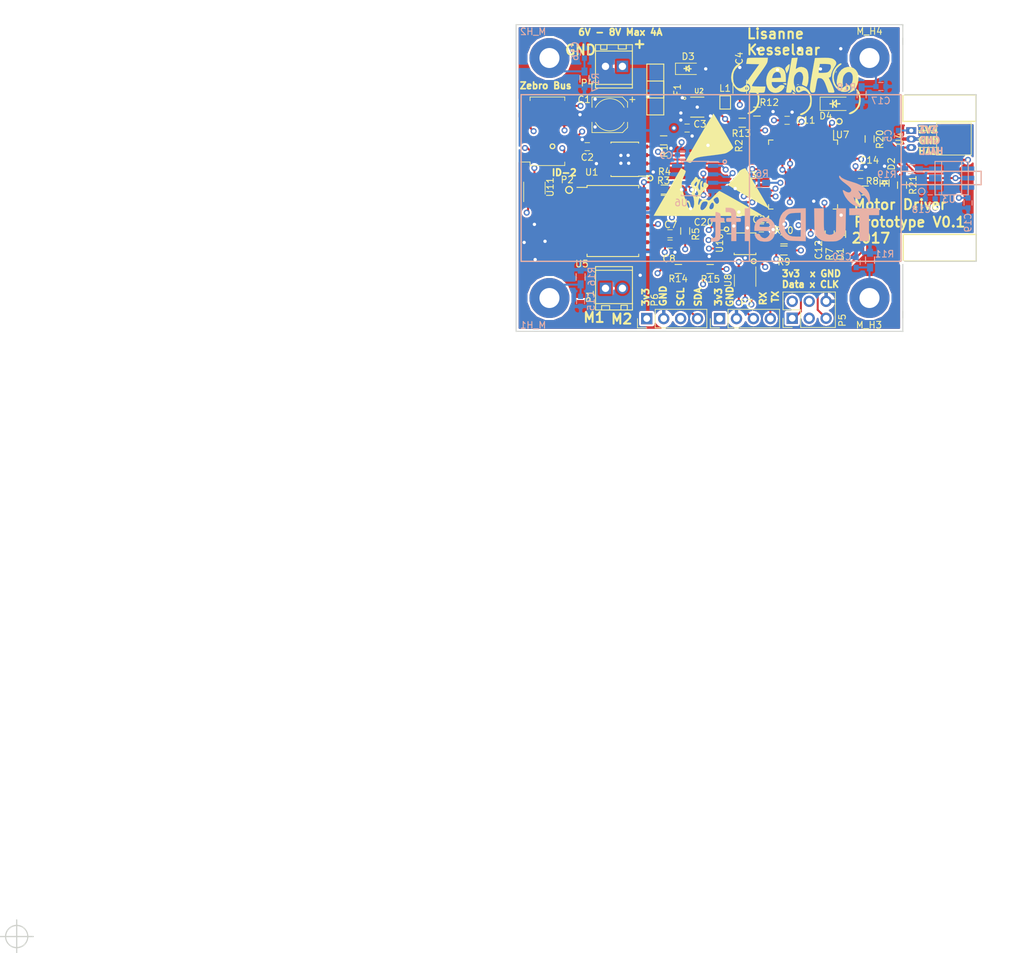
<source format=kicad_pcb>
(kicad_pcb (version 4) (host pcbnew 4.0.4-stable)
  (layers (0 F.Cu power) (1 In1.Cu power hide) (2 In2.Cu signal hide) (31 B.Cu signal hide) (34 B.Paste user) (35 F.Paste user) (36 B.SilkS user) (37 F.SilkS user) (38 B.Mask user) (39 F.Mask user hide) (44 Edge.Cuts user))
  (net 0 "")
  (net 1 GND)
  (net 2 +3V3)
  (net 3 VPP)
  (net 4 "Net-(C7-Pad1)")
  (net 5 "Net-(D1-Pad2)")
  (net 6 "Net-(D2-Pad2)")
  (net 7 "Net-(L1-Pad1)")
  (net 8 /Connectors/M1)
  (net 9 /Connectors/M2)
  (net 10 +3.3VP)
  (net 11 /Connectors/SDAA)
  (net 12 /Connectors/SCLA)
  (net 13 /Connectors/RX)
  (net 14 /Connectors/TX)
  (net 15 "Net-(R7-Pad1)")
  (net 16 /Buck_converter/PG)
  (net 17 /Sensor/HALL)
  (net 18 /Connectors/ID-1)
  (net 19 /Connectors/ID-2)
  (net 20 /Driver/PWM2)
  (net 21 /Driver/PWM1)
  (net 22 /Connectors/INT)
  (net 23 "Net-(C15-Pad1)")
  (net 24 "Net-(C16-Pad1)")
  (net 25 /SCL_SL)
  (net 26 /SDA_SL)
  (net 27 "Net-(R1-Pad2)")
  (net 28 "Net-(R3-Pad2)")
  (net 29 /Sensor/~FAULT_CURRENT)
  (net 30 /Sensor/~ALERT_TEMP)
  (net 31 /Connectors/SDA_M)
  (net 32 /Connectors/SCL_M)
  (net 33 /Sensor/ENCODER_2)
  (net 34 /Sensor/ENCODER_1)
  (net 35 /Driver/M2_S)
  (net 36 /Sensor/V_Imotor)
  (net 37 /Connectors/EN_I2C)
  (net 38 /Sensor/current_sense_fault_en)
  (net 39 /Connectors/V_P)
  (net 40 /Xmega/LED)
  (net 41 /Connectors/PDI_CLK)
  (net 42 /Connectors/PDI_DATA)
  (net 43 "Net-(C10-Pad1)")
  (net 44 "Net-(C17-Pad1)")
  (net 45 /Sensor/V_Imotor0V)
  (net 46 "Net-(D4-Pad1)")
  (net 47 "Net-(R19-Pad1)")
  (module test:gat (layer F.Cu) (at 144.95 96.91)
    (fp_text reference REF** hide)
    (fp_text value gat)
    (pad "" np_thru_hole circle (at 0 0) (size 0.5 0.5) (drill 0.5) (layers *.Cu *.Mask))
  )
  (module Resistors_SMD:R_0603_HandSoldering (layer B.Cu) (at 123.35 84.96 180)
    (fp_text reference R6 (at -0.51 1.38 180) (layer B.SilkS) (effects (justify mirror)))
    (fp_text value 2k7)
    (pad 1 smd rect (at -1.1 0 180) (size 1.2 0.9) (layers B.Cu B.Paste B.Mask) (net 2 +3V3))
    (pad 2 smd rect (at 1.1 0 180) (size 1.2 0.9) (layers B.Cu B.Paste B.Mask) (net 30 /Sensor/~ALERT_TEMP))
  )
  (module Housings_QFP:LQFP-44_10x10mm_Pitch0.8mm (layer F.Cu) (at 129.99 83.725 270)
    (fp_text reference U7 (at -5.965 -5.93 360) (layer F.SilkS))
    (fp_text value ATXMEGA32D4-A)
    (pad 1 smd rect (at -5.85 -4 270) (size 1.6 0.56) (layers F.Cu F.Paste F.Mask) (net 36 /Sensor/V_Imotor))
    (pad 2 smd rect (at -5.85 -3.2 270) (size 1.6 0.56) (layers F.Cu F.Paste F.Mask) (net 46 "Net-(D4-Pad1)"))
    (pad 3 smd rect (at -5.85 -2.4 270) (size 1.6 0.56) (layers F.Cu F.Paste F.Mask))
    (pad 4 smd rect (at -5.85 -1.6 270) (size 1.6 0.56) (layers F.Cu F.Paste F.Mask))
    (pad 5 smd rect (at -5.85 -0.8 270) (size 1.6 0.56) (layers F.Cu F.Paste F.Mask))
    (pad 6 smd rect (at -5.85 0 270) (size 1.6 0.56) (layers F.Cu F.Paste F.Mask) (net 17 /Sensor/HALL))
    (pad 7 smd rect (at -5.85 0.8 270) (size 1.6 0.56) (layers F.Cu F.Paste F.Mask) (net 16 /Buck_converter/PG))
    (pad 8 smd rect (at -5.85 1.6 270) (size 1.6 0.56) (layers F.Cu F.Paste F.Mask) (net 1 GND))
    (pad 9 smd rect (at -5.85 2.4 270) (size 1.6 0.56) (layers F.Cu F.Paste F.Mask) (net 2 +3V3))
    (pad 10 smd rect (at -5.85 3.2 270) (size 1.6 0.56) (layers F.Cu F.Paste F.Mask) (net 26 /SDA_SL))
    (pad 11 smd rect (at -5.85 4 270) (size 1.6 0.56) (layers F.Cu F.Paste F.Mask) (net 25 /SCL_SL))
    (pad 12 smd rect (at -4 5.85) (size 1.6 0.56) (layers F.Cu F.Paste F.Mask) (net 22 /Connectors/INT))
    (pad 13 smd rect (at -3.2 5.85) (size 1.6 0.56) (layers F.Cu F.Paste F.Mask) (net 21 /Driver/PWM1))
    (pad 14 smd rect (at -2.4 5.85) (size 1.6 0.56) (layers F.Cu F.Paste F.Mask))
    (pad 15 smd rect (at -1.6 5.85) (size 1.6 0.56) (layers F.Cu F.Paste F.Mask) (net 20 /Driver/PWM2))
    (pad 16 smd rect (at -0.8 5.85) (size 1.6 0.56) (layers F.Cu F.Paste F.Mask) (net 30 /Sensor/~ALERT_TEMP))
    (pad 17 smd rect (at 0 5.85) (size 1.6 0.56) (layers F.Cu F.Paste F.Mask) (net 29 /Sensor/~FAULT_CURRENT))
    (pad 18 smd rect (at 0.8 5.85) (size 1.6 0.56) (layers F.Cu F.Paste F.Mask) (net 1 GND))
    (pad 19 smd rect (at 1.6 5.85) (size 1.6 0.56) (layers F.Cu F.Paste F.Mask) (net 2 +3V3))
    (pad 20 smd rect (at 2.4 5.85) (size 1.6 0.56) (layers F.Cu F.Paste F.Mask) (net 18 /Connectors/ID-1))
    (pad 21 smd rect (at 3.2 5.85) (size 1.6 0.56) (layers F.Cu F.Paste F.Mask) (net 19 /Connectors/ID-2))
    (pad 22 smd rect (at 4 5.85) (size 1.6 0.56) (layers F.Cu F.Paste F.Mask) (net 13 /Connectors/RX))
    (pad 23 smd rect (at 5.85 4 270) (size 1.6 0.56) (layers F.Cu F.Paste F.Mask) (net 14 /Connectors/TX))
    (pad 24 smd rect (at 5.85 3.2 270) (size 1.6 0.56) (layers F.Cu F.Paste F.Mask) (net 38 /Sensor/current_sense_fault_en))
    (pad 25 smd rect (at 5.85 2.4 270) (size 1.6 0.56) (layers F.Cu F.Paste F.Mask))
    (pad 26 smd rect (at 5.85 1.6 270) (size 1.6 0.56) (layers F.Cu F.Paste F.Mask))
    (pad 27 smd rect (at 5.85 0.8 270) (size 1.6 0.56) (layers F.Cu F.Paste F.Mask))
    (pad 28 smd rect (at 5.85 0 270) (size 1.6 0.56) (layers F.Cu F.Paste F.Mask) (net 31 /Connectors/SDA_M))
    (pad 29 smd rect (at 5.85 -0.8 270) (size 1.6 0.56) (layers F.Cu F.Paste F.Mask) (net 32 /Connectors/SCL_M))
    (pad 30 smd rect (at 5.85 -1.6 270) (size 1.6 0.56) (layers F.Cu F.Paste F.Mask) (net 1 GND))
    (pad 31 smd rect (at 5.85 -2.4 270) (size 1.6 0.56) (layers F.Cu F.Paste F.Mask) (net 2 +3V3))
    (pad 32 smd rect (at 5.85 -3.2 270) (size 1.6 0.56) (layers F.Cu F.Paste F.Mask) (net 37 /Connectors/EN_I2C))
    (pad 33 smd rect (at 5.85 -4 270) (size 1.6 0.56) (layers F.Cu F.Paste F.Mask) (net 15 "Net-(R7-Pad1)"))
    (pad 34 smd rect (at 4 -5.85) (size 1.6 0.56) (layers F.Cu F.Paste F.Mask) (net 42 /Connectors/PDI_DATA))
    (pad 35 smd rect (at 3.2 -5.85) (size 1.6 0.56) (layers F.Cu F.Paste F.Mask) (net 41 /Connectors/PDI_CLK))
    (pad 36 smd rect (at 2.4 -5.85) (size 1.6 0.56) (layers F.Cu F.Paste F.Mask) (net 40 /Xmega/LED))
    (pad 37 smd rect (at 1.6 -5.85) (size 1.6 0.56) (layers F.Cu F.Paste F.Mask))
    (pad 38 smd rect (at 0.8 -5.85) (size 1.6 0.56) (layers F.Cu F.Paste F.Mask) (net 1 GND))
    (pad 39 smd rect (at 0 -5.85) (size 1.6 0.56) (layers F.Cu F.Paste F.Mask) (net 2 +3V3))
    (pad 40 smd rect (at -0.8 -5.85) (size 1.6 0.56) (layers F.Cu F.Paste F.Mask))
    (pad 41 smd rect (at -1.6 -5.85) (size 1.6 0.56) (layers F.Cu F.Paste F.Mask))
    (pad 42 smd rect (at -2.4 -5.85) (size 1.6 0.56) (layers F.Cu F.Paste F.Mask) (net 45 /Sensor/V_Imotor0V))
    (pad 43 smd rect (at -3.2 -5.85) (size 1.6 0.56) (layers F.Cu F.Paste F.Mask) (net 34 /Sensor/ENCODER_1))
    (pad 44 smd rect (at -4 -5.85) (size 1.6 0.56) (layers F.Cu F.Paste F.Mask) (net 33 /Sensor/ENCODER_2))
  )
  (module Capacitors_SMD:CP_Elec_5x5.3 (layer F.Cu) (at 100.995 74.745 180)
    (fp_text reference C1 (at 3.845 2.265 180) (layer F.SilkS))
    (fp_text value "Bulk C")
    (fp_text user + (at -3.38 2.34 180) (layer F.SilkS))
    (pad 1 smd rect (at -2.2 0) (size 3 1.6) (layers F.Cu F.Paste F.Mask) (net 3 VPP))
    (pad 2 smd rect (at 2.2 0) (size 3 1.6) (layers F.Cu F.Paste F.Mask) (net 1 GND))
  )
  (module Capacitors_SMD:C_0603 (layer F.Cu) (at 97.62 79.545 180)
    (fp_text reference C2 (at 0 -1.595 180) (layer F.SilkS))
    (fp_text value 1u)
    (pad 1 smd rect (at -0.75 0 180) (size 0.8 0.75) (layers F.Cu F.Paste F.Mask) (net 3 VPP))
    (pad 2 smd rect (at 0.75 0 180) (size 0.8 0.75) (layers F.Cu F.Paste F.Mask) (net 1 GND))
  )
  (module Capacitors_SMD:C_0603 (layer F.Cu) (at 112.595 76.755)
    (fp_text reference C3 (at 1.925 -0.595) (layer F.SilkS))
    (fp_text value 2.2uF)
    (pad 1 smd rect (at -0.75 0) (size 0.8 0.75) (layers F.Cu F.Paste F.Mask) (net 3 VPP))
    (pad 2 smd rect (at 0.75 0) (size 0.8 0.75) (layers F.Cu F.Paste F.Mask) (net 1 GND))
  )
  (module Capacitors_SMD:C_1206 (layer F.Cu) (at 120.495 70.555 90)
    (fp_text reference C4 (at 4.275 -0.075 90) (layer F.SilkS))
    (fp_text value 22uF)
    (pad 1 smd rect (at -1.5 0 90) (size 1 1.6) (layers F.Cu F.Paste F.Mask) (net 2 +3V3))
    (pad 2 smd rect (at 1.5 0 90) (size 1 1.6) (layers F.Cu F.Paste F.Mask) (net 1 GND))
  )
  (module Capacitors_SMD:C_0603 (layer B.Cu) (at 144.28 77.87 270)
    (fp_text reference C5 (at 0.025 1.515 270) (layer B.SilkS) (effects (justify mirror)))
    (fp_text value 100n)
    (pad 1 smd rect (at -0.75 0 270) (size 0.8 0.75) (layers B.Cu B.Paste B.Mask) (net 2 +3V3))
    (pad 2 smd rect (at 0.75 0 270) (size 0.8 0.75) (layers B.Cu B.Paste B.Mask) (net 1 GND))
  )
  (module Capacitors_SMD:C_0603 (layer F.Cu) (at 111.065 88.825)
    (fp_text reference C6 (at 0 -1.9) (layer F.SilkS))
    (fp_text value 100n)
    (pad 1 smd rect (at -0.75 0) (size 0.8 0.75) (layers F.Cu F.Paste F.Mask) (net 2 +3V3))
    (pad 2 smd rect (at 0.75 0) (size 0.8 0.75) (layers F.Cu F.Paste F.Mask) (net 1 GND))
  )
  (module Capacitors_SMD:C_0603 (layer F.Cu) (at 110.025 92.605)
    (fp_text reference C7 (at 0.105 -1.365) (layer F.SilkS))
    (fp_text value 1n)
    (pad 1 smd rect (at -0.75 0) (size 0.8 0.75) (layers F.Cu F.Paste F.Mask) (net 4 "Net-(C7-Pad1)"))
    (pad 2 smd rect (at 0.75 0) (size 0.8 0.75) (layers F.Cu F.Paste F.Mask) (net 1 GND))
  )
  (module Capacitors_SMD:C_0603 (layer F.Cu) (at 110.035 94.155)
    (fp_text reference C8 (at -0.155 2.195) (layer F.SilkS))
    (fp_text value 1n)
    (pad 1 smd rect (at -0.75 0) (size 0.8 0.75) (layers F.Cu F.Paste F.Mask) (net 45 /Sensor/V_Imotor0V))
    (pad 2 smd rect (at 0.75 0) (size 0.8 0.75) (layers F.Cu F.Paste F.Mask) (net 1 GND))
  )
  (module Capacitors_SMD:C_0603 (layer B.Cu) (at 111.895 80.815)
    (fp_text reference C9 (at -2.455 0.035) (layer B.SilkS) (effects (justify mirror)))
    (fp_text value 100n)
    (pad 1 smd rect (at -0.75 0) (size 0.8 0.75) (layers B.Cu B.Paste B.Mask) (net 2 +3V3))
    (pad 2 smd rect (at 0.75 0) (size 0.8 0.75) (layers B.Cu B.Paste B.Mask) (net 1 GND))
  )
  (module Capacitors_SMD:C_0603 (layer F.Cu) (at 127.59 75.59 180)
    (fp_text reference C11 (at -2.795 0.015 180) (layer F.SilkS))
    (fp_text value 100n)
    (pad 1 smd rect (at -0.75 0 180) (size 0.8 0.75) (layers F.Cu F.Paste F.Mask) (net 1 GND))
    (pad 2 smd rect (at 0.75 0 180) (size 0.8 0.75) (layers F.Cu F.Paste F.Mask) (net 2 +3V3))
  )
  (module Capacitors_SMD:C_0603 (layer F.Cu) (at 132.385 92.085 90)
    (fp_text reference C12 (at -2.935 -0.065 90) (layer F.SilkS))
    (fp_text value 100n)
    (pad 1 smd rect (at -0.75 0 90) (size 0.8 0.75) (layers F.Cu F.Paste F.Mask) (net 1 GND))
    (pad 2 smd rect (at 0.75 0 90) (size 0.8 0.75) (layers F.Cu F.Paste F.Mask) (net 2 +3V3))
  )
  (module Capacitors_SMD:C_0603 (layer F.Cu) (at 121.625 85.765)
    (fp_text reference C13 (at 0 -1.9) (layer F.SilkS))
    (fp_text value 100n)
    (pad 1 smd rect (at -0.75 0) (size 0.8 0.75) (layers F.Cu F.Paste F.Mask) (net 1 GND))
    (pad 2 smd rect (at 0.75 0) (size 0.8 0.75) (layers F.Cu F.Paste F.Mask) (net 2 +3V3))
  )
  (module Capacitors_SMD:C_0603 (layer F.Cu) (at 138.615 83.715 180)
    (fp_text reference C14 (at -1.325 2.135 180) (layer F.SilkS))
    (fp_text value 100n)
    (pad 1 smd rect (at -0.75 0 180) (size 0.8 0.75) (layers F.Cu F.Paste F.Mask) (net 1 GND))
    (pad 2 smd rect (at 0.75 0 180) (size 0.8 0.75) (layers F.Cu F.Paste F.Mask) (net 2 +3V3))
  )
  (module Capacitors_SMD:C_0603 (layer B.Cu) (at 96.62 102.75 270)
    (fp_text reference C15 (at 0 -1.59 270) (layer B.SilkS) (effects (justify mirror)))
    (fp_text value 1u)
    (pad 1 smd rect (at -0.75 0 270) (size 0.8 0.75) (layers B.Cu B.Paste B.Mask) (net 23 "Net-(C15-Pad1)"))
    (pad 2 smd rect (at 0.75 0 270) (size 0.8 0.75) (layers B.Cu B.Paste B.Mask) (net 1 GND))
  )
  (module Capacitors_SMD:C_0603 (layer B.Cu) (at 97.19 65.51 90)
    (fp_text reference C16 (at 0.29 -1.435 90) (layer B.SilkS) (effects (justify mirror)))
    (fp_text value 1u)
    (pad 1 smd rect (at -0.75 0 90) (size 0.8 0.75) (layers B.Cu B.Paste B.Mask) (net 24 "Net-(C16-Pad1)"))
    (pad 2 smd rect (at 0.75 0 90) (size 0.8 0.75) (layers B.Cu B.Paste B.Mask) (net 1 GND))
  )
  (module Resistors_SMD:R_0603_HandSoldering (layer F.Cu) (at 135.695 92.665 270)
    (fp_text reference D1 (at 3.005 0.135 270) (layer F.SilkS))
    (fp_text value LED)
    (pad 1 smd rect (at -1.1 0 270) (size 1.2 0.9) (layers F.Cu F.Paste F.Mask) (net 1 GND))
    (pad 2 smd rect (at 1.1 0 270) (size 1.2 0.9) (layers F.Cu F.Paste F.Mask) (net 5 "Net-(D1-Pad2)"))
  )
  (module Resistors_SMD:R_0603_HandSoldering (layer F.Cu) (at 142.205 85.015 270)
    (fp_text reference D2 (at -2.885 -1.035 450) (layer F.SilkS))
    (fp_text value LED)
    (pad 1 smd rect (at -1.1 0 270) (size 1.2 0.9) (layers F.Cu F.Paste F.Mask) (net 1 GND))
    (pad 2 smd rect (at 1.1 0 270) (size 1.2 0.9) (layers F.Cu F.Paste F.Mask) (net 6 "Net-(D2-Pad2)"))
  )
  (module Diodes_SMD:D_SOD-323_HandSoldering (layer F.Cu) (at 112.745 67.87)
    (fp_text reference D3 (at 0 -1.85) (layer F.SilkS))
    (fp_text value TVS_Uni)
    (pad 1 smd rect (at -1.25 0) (size 1 1) (layers F.Cu F.Paste F.Mask) (net 39 /Connectors/V_P))
    (pad 2 smd rect (at 1.25 0) (size 1 1) (layers F.Cu F.Paste F.Mask) (net 1 GND))
  )
  (module test:litle_fuse_154_serie (layer F.Cu) (at 107.82 70.97 90)
    (fp_text reference F1 (at -0.05 3.31 90) (layer F.SilkS))
    (fp_text value FUSE)
    (pad 2 smd rect (at -3.77 0 90) (size 4.24 3.81) (layers F.Cu F.Paste F.Mask) (net 3 VPP))
    (pad 1 smd rect (at 3.77 0 90) (size 4.24 3.81) (layers F.Cu F.Paste F.Mask) (net 39 /Connectors/V_P))
  )
  (module test:Inductor-vishay-motor-driver (layer F.Cu) (at 118.305 72.905 90)
    (fp_text reference L1 (at 2.115 -0.025 180) (layer F.SilkS))
    (fp_text value 10uH)
    (pad 1 smd rect (at -0.85 0 90) (size 0.7 1) (layers F.Cu F.Paste F.Mask) (net 7 "Net-(L1-Pad1)"))
    (pad 2 smd rect (at 0.85 0 90) (size 0.7 1) (layers F.Cu F.Paste F.Mask) (net 2 +3V3))
  )
  (module Mounting_Holes:MountingHole_3mm_Pad (layer B.Cu) (at 91.945 102.245 180)
    (fp_text reference M_H1 (at 2.455 -4.075 180) (layer B.SilkS) (effects (justify mirror)))
    (fp_text value Mounting_Hole)
    (pad 1 thru_hole circle (at 0 0 180) (size 6 6) (drill 3) (layers *.Cu *.Mask) (net 23 "Net-(C15-Pad1)"))
  )
  (module Mounting_Holes:MountingHole_3mm_Pad (layer B.Cu) (at 91.945 66.245 180)
    (fp_text reference M_H2 (at 2.455 3.955 180) (layer B.SilkS) (effects (justify mirror)))
    (fp_text value Mounting_Hole)
    (pad 1 thru_hole circle (at 0 0 180) (size 6 6) (drill 3) (layers *.Cu *.Mask) (net 24 "Net-(C16-Pad1)"))
  )
  (module Resistors_SMD:R_0603_HandSoldering (layer F.Cu) (at 109.075 78.595 180)
    (fp_text reference R1 (at -0.085 -1.645 270) (layer F.SilkS))
    (fp_text value 16.9k)
    (pad 1 smd rect (at -1.1 0 180) (size 1.2 0.9) (layers F.Cu F.Paste F.Mask) (net 1 GND))
    (pad 2 smd rect (at 1.1 0 180) (size 1.2 0.9) (layers F.Cu F.Paste F.Mask) (net 27 "Net-(R1-Pad2)"))
  )
  (module Resistors_SMD:R_0603_HandSoldering (layer F.Cu) (at 117.245 78.245 90)
    (fp_text reference R2 (at -1.165 3.135 90) (layer F.SilkS))
    (fp_text value 100k)
    (pad 1 smd rect (at -1.1 0 90) (size 1.2 0.9) (layers F.Cu F.Paste F.Mask) (net 2 +3V3))
    (pad 2 smd rect (at 1.1 0 90) (size 1.2 0.9) (layers F.Cu F.Paste F.Mask) (net 16 /Buck_converter/PG))
  )
  (module Resistors_SMD:R_0603_HandSoldering (layer F.Cu) (at 109.2 87.53 180)
    (fp_text reference R3 (at 0.14 2.9 180) (layer F.SilkS))
    (fp_text value 10k)
    (pad 1 smd rect (at -1.1 0 180) (size 1.2 0.9) (layers F.Cu F.Paste F.Mask) (net 2 +3V3))
    (pad 2 smd rect (at 1.1 0 180) (size 1.2 0.9) (layers F.Cu F.Paste F.Mask) (net 28 "Net-(R3-Pad2)"))
  )
  (module Resistors_SMD:R_0603_HandSoldering (layer F.Cu) (at 109.2 85.98)
    (fp_text reference R4 (at 0 -2.69) (layer F.SilkS))
    (fp_text value 22k)
    (pad 1 smd rect (at -1.1 0) (size 1.2 0.9) (layers F.Cu F.Paste F.Mask) (net 28 "Net-(R3-Pad2)"))
    (pad 2 smd rect (at 1.1 0) (size 1.2 0.9) (layers F.Cu F.Paste F.Mask) (net 1 GND))
  )
  (module Resistors_SMD:R_0603_HandSoldering (layer F.Cu) (at 112.305 92.195 90)
    (fp_text reference R5 (at -0.465 1.585 270) (layer F.SilkS))
    (fp_text value 330k)
    (pad 1 smd rect (at -1.1 0 90) (size 1.2 0.9) (layers F.Cu F.Paste F.Mask) (net 2 +3V3))
    (pad 2 smd rect (at 1.1 0 90) (size 1.2 0.9) (layers F.Cu F.Paste F.Mask) (net 29 /Sensor/~FAULT_CURRENT))
  )
  (module Resistors_SMD:R_0603_HandSoldering (layer F.Cu) (at 133.985 92.665 270)
    (fp_text reference R7 (at 3.005 0.025 450) (layer F.SilkS))
    (fp_text value 120)
    (pad 1 smd rect (at -1.1 0 270) (size 1.2 0.9) (layers F.Cu F.Paste F.Mask) (net 15 "Net-(R7-Pad1)"))
    (pad 2 smd rect (at 1.1 0 270) (size 1.2 0.9) (layers F.Cu F.Paste F.Mask) (net 5 "Net-(D1-Pad2)"))
  )
  (module Resistors_SMD:R_0603_HandSoldering (layer F.Cu) (at 139.295 86.12)
    (fp_text reference R8 (at 1.075 -1.41) (layer F.SilkS))
    (fp_text value 120)
    (pad 1 smd rect (at -1.1 0) (size 1.2 0.9) (layers F.Cu F.Paste F.Mask) (net 40 /Xmega/LED))
    (pad 2 smd rect (at 1.1 0) (size 1.2 0.9) (layers F.Cu F.Paste F.Mask) (net 6 "Net-(D2-Pad2)"))
  )
  (module Resistors_SMD:R_0603_HandSoldering (layer F.Cu) (at 127.115 95.115 180)
    (fp_text reference R9 (at -0.005 -1.715 180) (layer F.SilkS))
    (fp_text value 2k7)
    (pad 1 smd rect (at -1.1 0 180) (size 1.2 0.9) (layers F.Cu F.Paste F.Mask) (net 2 +3V3))
    (pad 2 smd rect (at 1.1 0 180) (size 1.2 0.9) (layers F.Cu F.Paste F.Mask) (net 31 /Connectors/SDA_M))
  )
  (module Resistors_SMD:R_0603_HandSoldering (layer F.Cu) (at 127.125 93.455 180)
    (fp_text reference R10 (at 0.025 1.345 180) (layer F.SilkS))
    (fp_text value 2k7)
    (pad 1 smd rect (at -1.1 0 180) (size 1.2 0.9) (layers F.Cu F.Paste F.Mask) (net 2 +3V3))
    (pad 2 smd rect (at 1.1 0 180) (size 1.2 0.9) (layers F.Cu F.Paste F.Mask) (net 32 /Connectors/SCL_M))
  )
  (module Resistors_SMD:R_0603_HandSoldering (layer F.Cu) (at 123.065 74.285)
    (fp_text reference R12 (at 1.845 -1.375) (layer F.SilkS))
    (fp_text value 47k)
    (pad 1 smd rect (at -1.1 0) (size 1.2 0.9) (layers F.Cu F.Paste F.Mask) (net 46 "Net-(D4-Pad1)"))
    (pad 2 smd rect (at 1.1 0) (size 1.2 0.9) (layers F.Cu F.Paste F.Mask) (net 1 GND))
  )
  (module Resistors_SMD:R_0603_HandSoldering (layer F.Cu) (at 120.86 75.95)
    (fp_text reference R13 (at -0.13 1.61) (layer F.SilkS))
    (fp_text value 68k)
    (pad 1 smd rect (at -1.1 0) (size 1.2 0.9) (layers F.Cu F.Paste F.Mask) (net 3 VPP))
    (pad 2 smd rect (at 1.1 0) (size 1.2 0.9) (layers F.Cu F.Paste F.Mask) (net 46 "Net-(D4-Pad1)"))
  )
  (module Resistors_SMD:R_0603_HandSoldering (layer F.Cu) (at 111.28 97.89)
    (fp_text reference R14 (at -0.03 1.47) (layer F.SilkS))
    (fp_text value 2k7)
    (pad 1 smd rect (at -1.1 0) (size 1.2 0.9) (layers F.Cu F.Paste F.Mask) (net 2 +3V3))
    (pad 2 smd rect (at 1.1 0) (size 1.2 0.9) (layers F.Cu F.Paste F.Mask) (net 26 /SDA_SL))
  )
  (module Resistors_SMD:R_0603_HandSoldering (layer F.Cu) (at 116.05 97.9 180)
    (fp_text reference R15 (at -0.03 -1.51 180) (layer F.SilkS))
    (fp_text value 2k7)
    (pad 1 smd rect (at -1.1 0 180) (size 1.2 0.9) (layers F.Cu F.Paste F.Mask) (net 2 +3V3))
    (pad 2 smd rect (at 1.1 0 180) (size 1.2 0.9) (layers F.Cu F.Paste F.Mask) (net 25 /SCL_SL))
  )
  (module Resistors_SMD:R_0603_HandSoldering (layer B.Cu) (at 96.62 99.09 90)
    (fp_text reference R16 (at 0.07 1.67 270) (layer B.SilkS) (effects (justify mirror)))
    (fp_text value 1M)
    (pad 1 smd rect (at -1.1 0 90) (size 1.2 0.9) (layers B.Cu B.Paste B.Mask) (net 23 "Net-(C15-Pad1)"))
    (pad 2 smd rect (at 1.1 0 90) (size 1.2 0.9) (layers B.Cu B.Paste B.Mask) (net 1 GND))
  )
  (module Resistors_SMD:R_0603_HandSoldering (layer B.Cu) (at 97.2 69.37 270)
    (fp_text reference R17 (at 0.53 -1.655 270) (layer B.SilkS) (effects (justify mirror)))
    (fp_text value 1M)
    (pad 1 smd rect (at -1.1 0 270) (size 1.2 0.9) (layers B.Cu B.Paste B.Mask) (net 24 "Net-(C16-Pad1)"))
    (pad 2 smd rect (at 1.1 0 270) (size 1.2 0.9) (layers B.Cu B.Paste B.Mask) (net 1 GND))
  )
  (module Housings_SOIC:SOIC-8-1EP_3.9x4.9mm_Pitch1.27mm (layer F.Cu) (at 103.245 81.445 180)
    (fp_text reference U1 (at 4.955 -1.925 180) (layer F.SilkS))
    (fp_text value DRV8871)
    (pad 1 smd rect (at -2.7 -1.905 180) (size 1.55 0.6) (layers F.Cu F.Paste F.Mask) (net 1 GND))
    (pad 2 smd rect (at -2.7 -0.635 180) (size 1.55 0.6) (layers F.Cu F.Paste F.Mask) (net 20 /Driver/PWM2))
    (pad 3 smd rect (at -2.7 0.635 180) (size 1.55 0.6) (layers F.Cu F.Paste F.Mask) (net 21 /Driver/PWM1))
    (pad 4 smd rect (at -2.7 1.905 180) (size 1.55 0.6) (layers F.Cu F.Paste F.Mask) (net 27 "Net-(R1-Pad2)"))
    (pad 5 smd rect (at 2.7 1.905 180) (size 1.55 0.6) (layers F.Cu F.Paste F.Mask) (net 3 VPP))
    (pad 6 smd rect (at 2.7 0.635 180) (size 1.55 0.6) (layers F.Cu F.Paste F.Mask) (net 8 /Connectors/M1))
    (pad 7 smd rect (at 2.7 -0.635 180) (size 1.55 0.6) (layers F.Cu F.Paste F.Mask) (net 1 GND))
    (pad 8 smd rect (at 2.7 -1.905 180) (size 1.55 0.6) (layers F.Cu F.Paste F.Mask) (net 35 /Driver/M2_S))
    (pad 9 smd rect (at 0.5875 0.5875 180) (size 1.175 1.175) (layers F.Cu F.Paste F.Mask) (net 1 GND))
    (pad 9 smd rect (at 0.5875 -0.5875 180) (size 1.175 1.175) (layers F.Cu F.Paste F.Mask) (net 1 GND))
    (pad 9 smd rect (at -0.5875 0.5875 180) (size 1.175 1.175) (layers F.Cu F.Paste F.Mask) (net 1 GND))
    (pad 9 smd rect (at -0.5875 -0.5875 180) (size 1.175 1.175) (layers F.Cu F.Paste F.Mask) (net 1 GND))
  )
  (module test:TCUT1350 (layer B.Cu) (at 152.27 84.26)
    (fp_text reference U3 (at -0.4 3.18) (layer B.SilkS) (effects (justify mirror)))
    (fp_text value TCUT1350)
    (pad 1 smd rect (at -2.45 1.4) (size 1.9 0.7) (layers B.Cu B.Paste B.Mask) (net 2 +3V3))
    (pad 3 smd rect (at -2.45 -1.4) (size 1.9 0.7) (layers B.Cu B.Paste B.Mask) (net 47 "Net-(R19-Pad1)"))
    (pad 4 smd rect (at 2.45 -1.4) (size 1.9 0.7) (layers B.Cu B.Paste B.Mask) (net 33 /Sensor/ENCODER_2))
    (pad 6 smd rect (at 2.45 1.4) (size 1.9 0.7) (layers B.Cu B.Paste B.Mask) (net 2 +3V3))
    (pad 2 smd rect (at -2.45 0) (size 1.9 1) (layers B.Cu B.Paste B.Mask))
    (pad 5 smd rect (at 2.45 0) (size 1.9 0.7) (layers B.Cu B.Paste B.Mask) (net 34 /Sensor/ENCODER_1))
  )
  (module Housings_SOIC:SOIC-16W_7.5x10.3mm_Pitch1.27mm (layer F.Cu) (at 101.46 90.7)
    (fp_text reference U5 (at -4.65 6.42) (layer F.SilkS))
    (fp_text value ACS710)
    (pad 1 smd rect (at -4.65 -4.445) (size 1.5 0.6) (layers F.Cu F.Paste F.Mask) (net 35 /Driver/M2_S))
    (pad 2 smd rect (at -4.65 -3.175) (size 1.5 0.6) (layers F.Cu F.Paste F.Mask) (net 35 /Driver/M2_S))
    (pad 3 smd rect (at -4.65 -1.905) (size 1.5 0.6) (layers F.Cu F.Paste F.Mask) (net 35 /Driver/M2_S))
    (pad 4 smd rect (at -4.65 -0.635) (size 1.5 0.6) (layers F.Cu F.Paste F.Mask) (net 35 /Driver/M2_S))
    (pad 5 smd rect (at -4.65 0.635) (size 1.5 0.6) (layers F.Cu F.Paste F.Mask) (net 9 /Connectors/M2))
    (pad 6 smd rect (at -4.65 1.905) (size 1.5 0.6) (layers F.Cu F.Paste F.Mask) (net 9 /Connectors/M2))
    (pad 7 smd rect (at -4.65 3.175) (size 1.5 0.6) (layers F.Cu F.Paste F.Mask) (net 9 /Connectors/M2))
    (pad 8 smd rect (at -4.65 4.445) (size 1.5 0.6) (layers F.Cu F.Paste F.Mask) (net 9 /Connectors/M2))
    (pad 9 smd rect (at 4.65 4.445) (size 1.5 0.6) (layers F.Cu F.Paste F.Mask) (net 1 GND))
    (pad 10 smd rect (at 4.65 3.175) (size 1.5 0.6) (layers F.Cu F.Paste F.Mask) (net 45 /Sensor/V_Imotor0V))
    (pad 11 smd rect (at 4.65 1.905) (size 1.5 0.6) (layers F.Cu F.Paste F.Mask) (net 4 "Net-(C7-Pad1)"))
    (pad 12 smd rect (at 4.65 0.635) (size 1.5 0.6) (layers F.Cu F.Paste F.Mask) (net 36 /Sensor/V_Imotor))
    (pad 13 smd rect (at 4.65 -0.635) (size 1.5 0.6) (layers F.Cu F.Paste F.Mask) (net 29 /Sensor/~FAULT_CURRENT))
    (pad 14 smd rect (at 4.65 -1.905) (size 1.5 0.6) (layers F.Cu F.Paste F.Mask) (net 2 +3V3))
    (pad 15 smd rect (at 4.65 -3.175) (size 1.5 0.6) (layers F.Cu F.Paste F.Mask) (net 28 "Net-(R3-Pad2)"))
    (pad 16 smd rect (at 4.65 -4.445) (size 1.5 0.6) (layers F.Cu F.Paste F.Mask) (net 38 /Sensor/current_sense_fault_en))
  )
  (module Housings_SOIC:SOIC-8_3.9x4.9mm_Pitch1.27mm (layer B.Cu) (at 113.785 84.325 180)
    (fp_text reference U6 (at 2.085 -3.635 180) (layer B.SilkS) (effects (justify mirror)))
    (fp_text value NCT75)
    (pad 1 smd rect (at -2.7 1.905 180) (size 1.55 0.6) (layers B.Cu B.Paste B.Mask) (net 26 /SDA_SL))
    (pad 2 smd rect (at -2.7 0.635 180) (size 1.55 0.6) (layers B.Cu B.Paste B.Mask) (net 25 /SCL_SL))
    (pad 3 smd rect (at -2.7 -0.635 180) (size 1.55 0.6) (layers B.Cu B.Paste B.Mask) (net 30 /Sensor/~ALERT_TEMP))
    (pad 4 smd rect (at -2.7 -1.905 180) (size 1.55 0.6) (layers B.Cu B.Paste B.Mask) (net 1 GND))
    (pad 5 smd rect (at 2.7 -1.905 180) (size 1.55 0.6) (layers B.Cu B.Paste B.Mask) (net 1 GND))
    (pad 6 smd rect (at 2.7 -0.635 180) (size 1.55 0.6) (layers B.Cu B.Paste B.Mask) (net 1 GND))
    (pad 7 smd rect (at 2.7 0.635 180) (size 1.55 0.6) (layers B.Cu B.Paste B.Mask) (net 1 GND))
    (pad 8 smd rect (at 2.7 1.905 180) (size 1.55 0.6) (layers B.Cu B.Paste B.Mask) (net 2 +3V3))
  )
  (module TO_SOT_Packages_SMD:SOT-23-6_Handsoldering (layer F.Cu) (at 121.29 99.61 270)
    (fp_text reference U8 (at -0.005 2.555 270) (layer F.SilkS))
    (fp_text value TVS_4_I/O)
    (pad 1 smd rect (at -1.35 -0.95 270) (size 1.56 0.65) (layers F.Cu F.Paste F.Mask) (net 14 /Connectors/TX))
    (pad 2 smd rect (at -1.35 0 270) (size 1.56 0.65) (layers F.Cu F.Paste F.Mask) (net 1 GND))
    (pad 3 smd rect (at -1.35 0.95 270) (size 1.56 0.65) (layers F.Cu F.Paste F.Mask) (net 13 /Connectors/RX))
    (pad 4 smd rect (at 1.35 0.95 270) (size 1.56 0.65) (layers F.Cu F.Paste F.Mask) (net 41 /Connectors/PDI_CLK))
    (pad 6 smd rect (at 1.35 -0.95 270) (size 1.56 0.65) (layers F.Cu F.Paste F.Mask) (net 42 /Connectors/PDI_DATA))
    (pad 5 smd rect (at 1.35 0 270) (size 1.56 0.65) (layers F.Cu F.Paste F.Mask) (net 2 +3V3))
  )
  (module TO_SOT_Packages_SMD:SOT-23-6_Handsoldering (layer F.Cu) (at 89.69 85.75 90)
    (fp_text reference U11 (at 0.14 2.36 90) (layer F.SilkS))
    (fp_text value TVS_4_I/O)
    (pad 1 smd rect (at -1.35 -0.95 90) (size 1.56 0.65) (layers F.Cu F.Paste F.Mask) (net 18 /Connectors/ID-1))
    (pad 2 smd rect (at -1.35 0 90) (size 1.56 0.65) (layers F.Cu F.Paste F.Mask) (net 1 GND))
    (pad 3 smd rect (at -1.35 0.95 90) (size 1.56 0.65) (layers F.Cu F.Paste F.Mask) (net 19 /Connectors/ID-2))
    (pad 4 smd rect (at 1.35 0.95 90) (size 1.56 0.65) (layers F.Cu F.Paste F.Mask) (net 22 /Connectors/INT))
    (pad 6 smd rect (at 1.35 -0.95 90) (size 1.56 0.65) (layers F.Cu F.Paste F.Mask))
    (pad 5 smd rect (at 1.35 0 90) (size 1.56 0.65) (layers F.Cu F.Paste F.Mask) (net 2 +3V3))
  )
  (module test:WSON-10-2x3 (layer F.Cu) (at 114.115 73.615)
    (fp_text reference U2 (at 0.26 -2.43) (layer F.SilkS) (effects (font (size 0.7 0.7))))
    (fp_text value TPS62177 hide)
    (pad 10 smd rect (at 0.95 -1) (size 0.5 0.25) (layers F.Cu F.Paste F.Mask) (net 2 +3V3))
    (pad 9 smd rect (at 0.95 -0.5) (size 0.5 0.25) (layers F.Cu F.Paste F.Mask) (net 7 "Net-(L1-Pad1)"))
    (pad 6 smd rect (at 0.95 1) (size 0.5 0.25) (layers F.Cu F.Paste F.Mask) (net 1 GND))
    (pad 7 smd rect (at 0.95 0.5) (size 0.5 0.25) (layers F.Cu F.Paste F.Mask) (net 16 /Buck_converter/PG))
    (pad 8 smd rect (at 0.95 0) (size 0.5 0.25) (layers F.Cu F.Paste F.Mask) (net 3 VPP))
    (pad 5 smd rect (at -0.95 1) (size 0.5 0.25) (layers F.Cu F.Paste F.Mask) (net 1 GND))
    (pad 4 smd rect (at -0.95 0.5) (size 0.5 0.25) (layers F.Cu F.Paste F.Mask) (net 1 GND))
    (pad 1 smd rect (at -0.95 -1) (size 0.5 0.25) (layers F.Cu F.Paste F.Mask) (net 1 GND))
    (pad 2 smd rect (at -0.95 -0.5) (size 0.5 0.25) (layers F.Cu F.Paste F.Mask) (net 3 VPP))
    (pad EP smd rect (at 0 0) (size 0.84 2.4) (layers F.Cu F.Mask) (net 1 GND))
    (pad 3 smd rect (at -0.95 0) (size 0.5 0.25) (layers F.Cu F.Paste F.Mask) (net 3 VPP))
  )
  (module test:screw_terimnal_2.54mm_pitch (layer F.Cu) (at 101.62 100.79)
    (fp_text reference P1 (at -3.55 1.24 90) (layer F.SilkS))
    (fp_text value CONN_02X01)
    (pad 1 thru_hole circle (at 1.27 0) (size 1.7 1.7) (drill 1.1) (layers *.Cu *.Mask) (net 9 /Connectors/M2))
    (pad 2 thru_hole rect (at -1.27 0) (size 1.7 1.7) (drill 1.1) (layers *.Cu *.Mask) (net 8 /Connectors/M1))
  )
  (module "Pico Zebro libary:LOGO_PCB_TU_SMALL" (layer B.Cu) (at 128.02 91.25 180)
    (fp_text reference G*** hide)
    (fp_text value LOGO_PCB_TU_SMALL hide)
  )
  (module test:zebro_logo_small (layer F.Cu) (at 129.01 70.1)
    (fp_text reference G*** hide)
    (fp_text value LOGO hide)
  )
  (module "Pico Zebro libary:ESD_warning" (layer F.Cu) (at 116.855 82.655)
    (fp_text reference G*** hide)
    (fp_text value LOGO hide)
  )
  (module Housings_SSOP:TSSOP-8_3x3mm_Pitch0.65mm (layer F.Cu) (at 121.28 94.11)
    (fp_text reference U10 (at -3.81 -0.11 90) (layer F.SilkS))
    (fp_text value PCA9517)
    (pad 1 smd rect (at -2.15 -0.975) (size 1.1 0.4) (layers F.Cu F.Paste F.Mask) (net 10 +3.3VP))
    (pad 2 smd rect (at -2.15 -0.325) (size 1.1 0.4) (layers F.Cu F.Paste F.Mask) (net 12 /Connectors/SCLA))
    (pad 3 smd rect (at -2.15 0.325) (size 1.1 0.4) (layers F.Cu F.Paste F.Mask) (net 11 /Connectors/SDAA))
    (pad 4 smd rect (at -2.15 0.975) (size 1.1 0.4) (layers F.Cu F.Paste F.Mask) (net 1 GND))
    (pad 5 smd rect (at 2.15 0.975) (size 1.1 0.4) (layers F.Cu F.Paste F.Mask) (net 37 /Connectors/EN_I2C))
    (pad 6 smd rect (at 2.15 0.325) (size 1.1 0.4) (layers F.Cu F.Paste F.Mask) (net 31 /Connectors/SDA_M))
    (pad 7 smd rect (at 2.15 -0.325) (size 1.1 0.4) (layers F.Cu F.Paste F.Mask) (net 32 /Connectors/SCL_M))
    (pad 8 smd rect (at 2.15 -0.975) (size 1.1 0.4) (layers F.Cu F.Paste F.Mask) (net 2 +3V3))
  )
  (module test:gat (layer F.Cu) (at 144.97 71.57)
    (fp_text reference REF** hide)
    (fp_text value gat)
    (pad "" np_thru_hole circle (at 0 0) (size 0.5 0.5) (drill 0.5) (layers *.Cu *.Mask))
  )
  (module Socket_Strips:Socket_Strip_Straight_2x04_Pitch2.54mm_SMD (layer F.Cu) (at 91.64 77.24 180)
    (fp_text reference P2 (at -2.97 -7.27 180) (layer F.SilkS))
    (fp_text value CONN_02X04)
    (pad 1 smd rect (at 2.52 -3.81 180) (size 3 1) (layers F.Cu F.Mask) (net 18 /Connectors/ID-1))
    (pad 2 smd rect (at -2.52 -3.81 180) (size 3 1) (layers F.Cu F.Mask) (net 19 /Connectors/ID-2))
    (pad 3 smd rect (at 2.52 -1.27 180) (size 3 1) (layers F.Cu F.Mask))
    (pad 4 smd rect (at -2.52 -1.27 180) (size 3 1) (layers F.Cu F.Mask) (net 10 +3.3VP))
    (pad 5 smd rect (at 2.52 1.27 180) (size 3 1) (layers F.Cu F.Mask) (net 11 /Connectors/SDAA))
    (pad 6 smd rect (at -2.52 1.27 180) (size 3 1) (layers F.Cu F.Mask) (net 12 /Connectors/SCLA))
    (pad 7 smd rect (at 2.52 3.81 180) (size 3 1) (layers F.Cu F.Mask) (net 1 GND))
    (pad 8 smd rect (at -2.52 3.81 180) (size 3 1) (layers F.Cu F.Mask) (net 22 /Connectors/INT))
  )
  (module test:screw_terimnal_2.54mm_pitch (layer F.Cu) (at 101.62 67.5 180)
    (fp_text reference P4 (at 4 -2.49 180) (layer F.SilkS))
    (fp_text value CONN_02X01)
    (pad 1 thru_hole circle (at 1.27 0 180) (size 1.7 1.7) (drill 1.1) (layers *.Cu *.Mask) (net 1 GND))
    (pad 2 thru_hole rect (at -1.27 0 180) (size 1.7 1.7) (drill 1.1) (layers *.Cu *.Mask) (net 39 /Connectors/V_P))
  )
  (module Pin_Headers:Pin_Header_Straight_1x04_Pitch2.54mm (layer F.Cu) (at 106.54 105.33 90)
    (fp_text reference P6 (at 2.8 1.17 90) (layer F.SilkS))
    (fp_text value CONN_01X04)
    (pad 1 thru_hole rect (at 0 0 90) (size 1.7 1.7) (drill 1) (layers *.Cu *.Mask) (net 2 +3V3))
    (pad 2 thru_hole oval (at 0 2.54 90) (size 1.7 1.7) (drill 1) (layers *.Cu *.Mask) (net 1 GND))
    (pad 3 thru_hole oval (at 0 5.08 90) (size 1.7 1.7) (drill 1) (layers *.Cu *.Mask) (net 25 /SCL_SL))
    (pad 4 thru_hole oval (at 0 7.62 90) (size 1.7 1.7) (drill 1) (layers *.Cu *.Mask) (net 26 /SDA_SL))
  )
  (module Capacitors_SMD:C_0603 (layer B.Cu) (at 137.95 96.91 90)
    (fp_text reference C10 (at 0.86 -2.15 180) (layer B.SilkS) (effects (justify mirror)))
    (fp_text value 1u)
    (pad 1 smd rect (at -0.75 0 90) (size 0.8 0.75) (layers B.Cu B.Paste B.Mask) (net 43 "Net-(C10-Pad1)"))
    (pad 2 smd rect (at 0.75 0 90) (size 0.8 0.75) (layers B.Cu B.Paste B.Mask) (net 1 GND))
  )
  (module Capacitors_SMD:C_0603 (layer B.Cu) (at 141.66 70.52)
    (fp_text reference C17 (at -0.01 2.14) (layer B.SilkS) (effects (justify mirror)))
    (fp_text value 1u)
    (pad 1 smd rect (at -0.75 0) (size 0.8 0.75) (layers B.Cu B.Paste B.Mask) (net 44 "Net-(C17-Pad1)"))
    (pad 2 smd rect (at 0.75 0) (size 0.8 0.75) (layers B.Cu B.Paste B.Mask) (net 1 GND))
  )
  (module Mounting_Holes:MountingHole_3mm_Pad (layer F.Cu) (at 139.95 102.245)
    (fp_text reference M_H3 (at -0.08 4.055) (layer F.SilkS))
    (fp_text value Mounting_Hole)
    (pad 1 thru_hole circle (at 0 0) (size 6 6) (drill 3) (layers *.Cu *.Mask) (net 43 "Net-(C10-Pad1)"))
  )
  (module Mounting_Holes:MountingHole_3mm_Pad (layer F.Cu) (at 139.95 66.245)
    (fp_text reference M_H4 (at 0 -4) (layer F.SilkS))
    (fp_text value Mounting_Hole)
    (pad 1 thru_hole circle (at 0 0) (size 6 6) (drill 3) (layers *.Cu *.Mask) (net 44 "Net-(C17-Pad1)"))
  )
  (module Resistors_SMD:R_0603_HandSoldering (layer B.Cu) (at 140.03 96.56 90)
    (fp_text reference R11 (at 0.91 2.17 360) (layer B.SilkS) (effects (justify mirror)))
    (fp_text value 1M)
    (pad 1 smd rect (at -1.1 0 90) (size 1.2 0.9) (layers B.Cu B.Paste B.Mask) (net 43 "Net-(C10-Pad1)"))
    (pad 2 smd rect (at 1.1 0 90) (size 1.2 0.9) (layers B.Cu B.Paste B.Mask) (net 1 GND))
  )
  (module Resistors_SMD:R_0603_HandSoldering (layer B.Cu) (at 138.77 71.73 270)
    (fp_text reference R18 (at -1.1 2.28 360) (layer B.SilkS) (effects (justify mirror)))
    (fp_text value 1M)
    (pad 1 smd rect (at -1.1 0 270) (size 1.2 0.9) (layers B.Cu B.Paste B.Mask) (net 44 "Net-(C17-Pad1)"))
    (pad 2 smd rect (at 1.1 0 270) (size 1.2 0.9) (layers B.Cu B.Paste B.Mask) (net 1 GND))
  )
  (module Capacitors_SMD:C_0603 (layer B.Cu) (at 149.05 87.37 180)
    (fp_text reference C18 (at 1.31 -1.59 180) (layer B.SilkS) (effects (justify mirror)))
    (fp_text value 100n)
    (pad 1 smd rect (at -0.75 0 180) (size 0.8 0.75) (layers B.Cu B.Paste B.Mask) (net 2 +3V3))
    (pad 2 smd rect (at 0.75 0 180) (size 0.8 0.75) (layers B.Cu B.Paste B.Mask) (net 1 GND))
  )
  (module Capacitors_SMD:C_0603 (layer B.Cu) (at 154.73 87.98 270)
    (fp_text reference C19 (at 2.96 0.01 270) (layer B.SilkS) (effects (justify mirror)))
    (fp_text value 100n)
    (pad 1 smd rect (at -0.75 0 270) (size 0.8 0.75) (layers B.Cu B.Paste B.Mask) (net 2 +3V3))
    (pad 2 smd rect (at 0.75 0 270) (size 0.8 0.75) (layers B.Cu B.Paste B.Mask) (net 1 GND))
  )
  (module Capacitors_SMD:C_0603 (layer F.Cu) (at 117.89 91.46)
    (fp_text reference C20 (at -2.84 -0.59) (layer F.SilkS))
    (fp_text value 100n)
    (pad 1 smd rect (at -0.75 0) (size 0.8 0.75) (layers F.Cu F.Paste F.Mask) (net 10 +3.3VP))
    (pad 2 smd rect (at 0.75 0) (size 0.8 0.75) (layers F.Cu F.Paste F.Mask) (net 1 GND))
  )
  (module Capacitors_SMD:C_0603 (layer F.Cu) (at 123.73 91.74 180)
    (fp_text reference C21 (at -0.11 1.26 180) (layer F.SilkS))
    (fp_text value 100n)
    (pad 1 smd rect (at -0.75 0 180) (size 0.8 0.75) (layers F.Cu F.Paste F.Mask) (net 2 +3V3))
    (pad 2 smd rect (at 0.75 0 180) (size 0.8 0.75) (layers F.Cu F.Paste F.Mask) (net 1 GND))
  )
  (module Diodes_SMD:D_SOD-123 (layer F.Cu) (at 134.8 73.12)
    (fp_text reference D4 (at -1.41 1.82) (layer F.SilkS))
    (fp_text value ZENER)
    (pad 1 smd rect (at -1.65 0) (size 0.9 1.2) (layers F.Cu F.Paste F.Mask) (net 46 "Net-(D4-Pad1)"))
    (pad 2 smd rect (at 1.65 0) (size 0.9 1.2) (layers F.Cu F.Paste F.Mask) (net 1 GND))
  )
  (module Pin_Headers:Pin_Header_Straight_2x03_Pitch2.54mm (layer F.Cu) (at 128.36 105.28 90)
    (fp_text reference P5 (at -0.31 7.51 90) (layer F.SilkS))
    (fp_text value CONN_02X03)
    (pad 1 thru_hole rect (at 0 0 90) (size 1.7 1.7) (drill 1) (layers *.Cu *.Mask) (net 42 /Connectors/PDI_DATA))
    (pad 2 thru_hole oval (at 2.54 0 90) (size 1.7 1.7) (drill 1) (layers *.Cu *.Mask) (net 2 +3V3))
    (pad 3 thru_hole oval (at 0 2.54 90) (size 1.7 1.7) (drill 1) (layers *.Cu *.Mask))
    (pad 4 thru_hole oval (at 2.54 2.54 90) (size 1.7 1.7) (drill 1) (layers *.Cu *.Mask))
    (pad 5 thru_hole oval (at 0 5.08 90) (size 1.7 1.7) (drill 1) (layers *.Cu *.Mask) (net 41 /Connectors/PDI_CLK))
    (pad 6 thru_hole oval (at 2.54 5.08 90) (size 1.7 1.7) (drill 1) (layers *.Cu *.Mask) (net 1 GND))
  )
  (module Pin_Headers:Pin_Header_Straight_1x04_Pitch2.54mm (layer F.Cu) (at 117.46 105.33 90)
    (fp_text reference P3 (at 2.35 4.04 180) (layer F.SilkS))
    (fp_text value CONN_01X04)
    (pad 1 thru_hole rect (at 0 0 90) (size 1.7 1.7) (drill 1) (layers *.Cu *.Mask) (net 2 +3V3))
    (pad 2 thru_hole oval (at 0 2.54 90) (size 1.7 1.7) (drill 1) (layers *.Cu *.Mask) (net 1 GND))
    (pad 3 thru_hole oval (at 0 5.08 90) (size 1.7 1.7) (drill 1) (layers *.Cu *.Mask) (net 13 /Connectors/RX))
    (pad 4 thru_hole oval (at 0 7.62 90) (size 1.7 1.7) (drill 1) (layers *.Cu *.Mask) (net 14 /Connectors/TX))
  )
  (module Resistors_SMD:R_0603_HandSoldering (layer B.Cu) (at 146.26 82.92 180)
    (fp_text reference R19 (at 3.71 -0.79 180) (layer B.SilkS) (effects (justify mirror)))
    (fp_text value 150E)
    (pad 1 smd rect (at -1.1 0 180) (size 1.2 0.9) (layers B.Cu B.Paste B.Mask) (net 47 "Net-(R19-Pad1)"))
    (pad 2 smd rect (at 1.1 0 180) (size 1.2 0.9) (layers B.Cu B.Paste B.Mask) (net 1 GND))
  )
  (module Resistors_SMD:R_0603_HandSoldering (layer F.Cu) (at 139.97 78.39 90)
    (fp_text reference R20 (at -0.05 1.54 90) (layer F.SilkS))
    (fp_text value 150E)
    (pad 1 smd rect (at -1.1 0 90) (size 1.2 0.9) (layers F.Cu F.Paste F.Mask) (net 33 /Sensor/ENCODER_2))
    (pad 2 smd rect (at 1.1 0 90) (size 1.2 0.9) (layers F.Cu F.Paste F.Mask) (net 1 GND))
  )
  (module Resistors_SMD:R_0603_HandSoldering (layer F.Cu) (at 144.83 85.31 270)
    (fp_text reference R21 (at -0.01 -1.64 270) (layer F.SilkS))
    (fp_text value 150E)
    (pad 1 smd rect (at -1.1 0 270) (size 1.2 0.9) (layers F.Cu F.Paste F.Mask) (net 34 /Sensor/ENCODER_1))
    (pad 2 smd rect (at 1.1 0 270) (size 1.2 0.9) (layers F.Cu F.Paste F.Mask) (net 1 GND))
  )
  (module TO_SOT_Packages_THT:TO-92_Horizontal2_Inline_Narrow_Oval (layer F.Cu) (at 146.21 77.13 270)
    (fp_text reference U4 (at 1.27 1.778 270) (layer F.SilkS))
    (fp_text value SM451)
    (pad 2 thru_hole oval (at 1.27 0 90) (size 1 1.50114) (drill 0.6) (layers *.Cu *.Mask) (net 1 GND))
    (pad 3 thru_hole oval (at 2.54 0 90) (size 1 1.50114) (drill 0.6) (layers *.Cu *.Mask) (net 17 /Sensor/HALL))
    (pad 1 thru_hole rect (at 0 0 90) (size 1 1.50114) (drill 0.6) (layers *.Cu *.Mask) (net 2 +3V3))
  )
  (gr_text ID-2 (at 94.16 83.43) (layer F.SilkS) (effects (font (size 1 1) (thickness 0.25))))
  (gr_text "Zebro Bus" (at 91.38 70.39) (layer F.SilkS) (effects (font (size 1 1) (thickness 0.25))))
  (gr_text "3V3\nGND\nHALL" (at 147.13 78.62) (layer F.SilkS) (effects (font (size 1 1) (thickness 0.25)) (justify left)))
  (gr_text "3V3\nGND\nHALL" (at 147.33 78.62) (layer B.SilkS) (effects (font (size 1 1) (thickness 0.25)) (justify right mirror)))
  (target plus (at 12.04 198.04) (size 5) (width 0.15) (layer Edge.Cuts))
  (target plus (at 12.03 198) (size 5) (width 0.15) (layer Edge.Cuts))
  (gr_line (start 135.5 73.12) (end 135.5 73.11) (angle 90) (layer F.SilkS) (width 0.2))
  (gr_line (start 135.05 73.12) (end 135.5 73.12) (angle 90) (layer F.SilkS) (width 0.2))
  (gr_line (start 134.51 73.12) (end 134.41 73.12) (angle 90) (layer F.SilkS) (width 0.2))
  (gr_line (start 134.98 73.59) (end 134.51 73.12) (angle 90) (layer F.SilkS) (width 0.2))
  (gr_line (start 134.98 73.48) (end 134.98 73.59) (angle 90) (layer F.SilkS) (width 0.2))
  (gr_line (start 134.98 72.57) (end 134.98 73.48) (angle 90) (layer F.SilkS) (width 0.2))
  (gr_line (start 134.44 73.11) (end 134.98 72.57) (angle 90) (layer F.SilkS) (width 0.2))
  (gr_line (start 134.03 73.12) (end 134.03 73.13) (angle 90) (layer F.SilkS) (width 0.2))
  (gr_line (start 134.44 73.12) (end 134.03 73.12) (angle 90) (layer F.SilkS) (width 0.2))
  (gr_line (start 134.44 73.64) (end 134.44 73.12) (angle 90) (layer F.SilkS) (width 0.2))
  (gr_line (start 134.44 72.59) (end 134.44 73.64) (angle 90) (layer F.SilkS) (width 0.2))
  (gr_text TX (at 125.82 103.08 90) (layer F.SilkS) (effects (font (size 1 1) (thickness 0.25)) (justify left)))
  (gr_text RX (at 123.99 102.33 90) (layer F.SilkS) (effects (font (size 1 1) (thickness 0.25))))
  (gr_text "3v3  x GND\nData x CLK" (at 126.67 99.39) (layer F.SilkS) (effects (font (size 1 1) (thickness 0.25)) (justify left)))
  (gr_text 3v3 (at 117.29 102.09 90) (layer F.SilkS) (effects (font (size 1 1) (thickness 0.25))))
  (gr_text GND (at 119 102.01 90) (layer F.SilkS) (effects (font (size 1 1) (thickness 0.25))))
  (gr_text SDA (at 114.25 102.09 90) (layer F.SilkS) (effects (font (size 1 1) (thickness 0.25))))
  (gr_text SCL (at 111.62 102.09 90) (layer F.SilkS) (effects (font (size 1 1) (thickness 0.25))))
  (gr_text GND (at 108.99 101.93 90) (layer F.SilkS) (effects (font (size 1 1) (thickness 0.25))))
  (gr_text 3v3 (at 106.37 102.12 90) (layer F.SilkS) (effects (font (size 1 1) (thickness 0.25))))
  (gr_line (start 145.01 96.7) (end 145.01 96.73) (angle 90) (layer F.SilkS) (width 0.2))
  (gr_line (start 155.95 96.7) (end 145.01 96.7) (angle 90) (layer F.SilkS) (width 0.2))
  (gr_line (start 155.95 92.71) (end 155.95 96.7) (angle 90) (layer F.SilkS) (width 0.2))
  (gr_line (start 145.01 92.71) (end 155.95 92.71) (angle 90) (layer F.SilkS) (width 0.2))
  (gr_line (start 145.01 96.78) (end 145.01 92.71) (angle 90) (layer F.SilkS) (width 0.2))
  (gr_line (start 144.98 71.79) (end 144.98 71.77) (angle 90) (layer F.SilkS) (width 0.2))
  (gr_line (start 155.92 71.79) (end 144.98 71.79) (angle 90) (layer F.SilkS) (width 0.2))
  (gr_line (start 155.92 75.75) (end 155.92 71.79) (angle 90) (layer F.SilkS) (width 0.2))
  (gr_line (start 144.96 75.75) (end 155.92 75.75) (angle 90) (layer F.SilkS) (width 0.2))
  (gr_line (start 144.96 71.71) (end 144.96 75.75) (angle 90) (layer F.SilkS) (width 0.2))
  (gr_line (start 144.95 61.41) (end 144.94 61.41) (angle 90) (layer Edge.Cuts) (width 0.15))
  (gr_line (start 144.95 61.24) (end 144.95 61.41) (angle 90) (layer Edge.Cuts) (width 0.15))
  (gr_line (start 144.78 61.24) (end 144.95 61.24) (angle 90) (layer Edge.Cuts) (width 0.15))
  (gr_line (start 144.95 71.4) (end 144.93 71.4) (angle 90) (layer Edge.Cuts) (width 0.15))
  (gr_line (start 144.95 71.73) (end 144.95 71.4) (angle 90) (layer Edge.Cuts) (width 0.15))
  (gr_line (start 145.17 71.73) (end 144.95 71.73) (angle 90) (layer Edge.Cuts) (width 0.15))
  (gr_line (start 155.95 71.74) (end 155.95 71.91) (angle 90) (layer Edge.Cuts) (width 0.15))
  (gr_line (start 155.8 71.74) (end 155.95 71.74) (angle 90) (layer Edge.Cuts) (width 0.15))
  (gr_line (start 155.94 96.62) (end 155.95 96.62) (angle 90) (layer Edge.Cuts) (width 0.15))
  (gr_line (start 155.94 96.75) (end 155.94 96.62) (angle 90) (layer Edge.Cuts) (width 0.15))
  (gr_line (start 155.73 96.75) (end 155.94 96.75) (angle 90) (layer Edge.Cuts) (width 0.15))
  (gr_line (start 144.94 96.74) (end 145.14 96.74) (angle 90) (layer Edge.Cuts) (width 0.15))
  (gr_line (start 144.94 97.22) (end 144.94 96.74) (angle 90) (layer Edge.Cuts) (width 0.15))
  (gr_line (start 144.97 107.26) (end 144.97 107.25) (angle 90) (layer Edge.Cuts) (width 0.15))
  (gr_line (start 144.94 107.26) (end 144.97 107.26) (angle 90) (layer Edge.Cuts) (width 0.15))
  (gr_text 2017 (at 140.17 93.27) (layer F.SilkS) (effects (font (size 1.5 1.5) (thickness 0.3))))
  (gr_text M2 (at 102.78 105.4) (layer F.SilkS) (effects (font (size 1.5 1.5) (thickness 0.3))))
  (gr_text M1 (at 98.63 105.16) (layer F.SilkS) (effects (font (size 1.5 1.5) (thickness 0.3))))
  (gr_text GND (at 96.6 65.04) (layer F.SilkS) (effects (font (size 1.5 1.5) (thickness 0.3))))
  (gr_text + (at 105.46 64.07) (layer F.SilkS) (effects (font (size 1.5 1.5) (thickness 0.3))))
  (gr_text "Motor Driver" (at 137.41 88.23) (layer F.SilkS) (effects (font (size 1.5 1.5) (thickness 0.3)) (justify left)))
  (gr_text "Lisanne \nKesselaar\n" (at 121.39 63.82) (layer F.SilkS) (effects (font (size 1.5 1.5) (thickness 0.3)) (justify left)))
  (gr_line (start 135.71 92.22) (end 135.7 92.22) (angle 90) (layer F.SilkS) (width 0.2))
  (gr_line (start 135.71 92.39) (end 135.71 92.22) (angle 90) (layer F.SilkS) (width 0.2))
  (gr_line (start 135.72 92.88) (end 135.72 93.06) (angle 90) (layer F.SilkS) (width 0.2))
  (gr_line (start 135.78 92.44) (end 135.65 92.44) (angle 90) (layer F.SilkS) (width 0.2))
  (gr_line (start 136.17 92.83) (end 135.78 92.44) (angle 90) (layer F.SilkS) (width 0.2))
  (gr_line (start 135.26 92.83) (end 136.17 92.83) (angle 90) (layer F.SilkS) (width 0.2))
  (gr_line (start 135.67 92.42) (end 135.26 92.83) (angle 90) (layer F.SilkS) (width 0.2))
  (gr_line (start 136.01 92.42) (end 135.67 92.42) (angle 90) (layer F.SilkS) (width 0.2))
  (gr_line (start 135.32 92.42) (end 136.01 92.42) (angle 90) (layer F.SilkS) (width 0.2))
  (gr_line (start 142.17 85.18) (end 142.17 85.44) (angle 90) (layer F.SilkS) (width 0.2))
  (gr_line (start 142.21 84.67) (end 142.16 84.67) (angle 90) (layer F.SilkS) (width 0.2))
  (gr_line (start 142.66 85.12) (end 142.21 84.67) (angle 90) (layer F.SilkS) (width 0.2))
  (gr_line (start 141.72 85.12) (end 142.66 85.12) (angle 90) (layer F.SilkS) (width 0.2))
  (gr_line (start 142.17 84.67) (end 141.72 85.12) (angle 90) (layer F.SilkS) (width 0.2))
  (gr_line (start 142.62 84.67) (end 142.61 84.67) (angle 90) (layer F.SilkS) (width 0.2))
  (gr_line (start 141.83 84.67) (end 142.62 84.67) (angle 90) (layer F.SilkS) (width 0.2))
  (gr_line (start 112.38 67.83) (end 112.13 67.83) (angle 90) (layer F.SilkS) (width 0.2))
  (gr_line (start 112.98 67.87) (end 113.19 67.87) (angle 90) (layer F.SilkS) (width 0.2))
  (gr_line (start 112.5 67.83) (end 112.38 67.83) (angle 90) (layer F.SilkS) (width 0.2))
  (gr_line (start 112.9 68.23) (end 112.5 67.83) (angle 90) (layer F.SilkS) (width 0.2))
  (gr_line (start 112.9 67.38) (end 112.9 68.23) (angle 90) (layer F.SilkS) (width 0.2))
  (gr_line (start 112.46 67.82) (end 112.9 67.38) (angle 90) (layer F.SilkS) (width 0.2))
  (gr_line (start 112.44 67.51) (end 112.44 68.17) (angle 90) (layer F.SilkS) (width 0.2))
  (gr_circle (center 92.4 79.49) (end 92.66 79.72) (layer F.SilkS) (width 0.2))
  (gr_circle (center 122.58 96.73) (end 122.84 96.97) (layer F.SilkS) (width 0.2))
  (gr_circle (center 118.51 91.93) (end 118.73 92.17) (layer F.SilkS) (width 0.2))
  (gr_circle (center 135.41 75.75) (end 135.68 76.08) (layer F.SilkS) (width 0.2))
  (gr_circle (center 94.89 86.03) (end 95.22 86.42) (layer F.SilkS) (width 0.2))
  (gr_circle (center 107.04 84.26) (end 107.28 84.58) (layer F.SilkS) (width 0.2))
  (gr_circle (center 118.24 81.8) (end 118.48 81.88) (layer B.SilkS) (width 0.2))
  (gr_text "6V - 8V Max 4A" (at 96.13 62.37) (layer F.SilkS) (effects (font (size 1 1) (thickness 0.25)) (justify left)))
  (gr_text "Prototype V0.1" (at 137.46 90.86) (layer F.SilkS) (effects (font (size 1.5 1.5) (thickness 0.3)) (justify left)))
  (gr_line (start 144.945 64.245) (end 144.945 63.245) (angle 90) (layer Edge.Cuts) (width 0.15))
  (gr_line (start 144.945 105.245) (end 144.945 104.245) (angle 90) (layer Edge.Cuts) (width 0.15))
  (gr_line (start 155.945 71.745) (end 155.945 96.745) (angle 90) (layer Edge.Cuts) (width 0.15))
  (gr_line (start 144.945 96.745) (end 144.945 107.245) (angle 90) (layer Edge.Cuts) (width 0.15))
  (gr_line (start 155.945 96.745) (end 144.945 96.745) (angle 90) (layer Edge.Cuts) (width 0.15))
  (gr_line (start 144.945 71.745) (end 144.945 61.245) (angle 90) (layer Edge.Cuts) (width 0.15))
  (gr_line (start 155.945 71.745) (end 144.945 71.745) (angle 90) (layer Edge.Cuts) (width 0.15))
  (gr_line (start 86.945 107.245) (end 144.945 107.245) (angle 90) (layer Edge.Cuts) (width 0.15))
  (gr_line (start 86.945 61.245) (end 144.945 61.245) (angle 90) (layer Edge.Cuts) (width 0.15))
  (gr_line (start 86.945 107.245) (end 86.945 61.245) (angle 90) (layer Edge.Cuts) (width 0.15))
  (gr_line (start 156.695 85.245) (end 144.695 85.245) (angle 90) (layer B.SilkS) (width 0.2))
  (gr_line (start 156.695 83.245) (end 156.695 85.245) (angle 90) (layer B.SilkS) (width 0.2))
  (gr_line (start 144.695 83.245) (end 156.695 83.245) (angle 90) (layer B.SilkS) (width 0.2))
  (gr_line (start 121.945 71.495) (end 121.945 96.745) (angle 90) (layer B.SilkS) (width 0.2))
  (gr_line (start 87.695 71.745) (end 144.695 71.745) (angle 90) (layer B.SilkS) (width 0.2))
  (gr_line (start 87.695 96.745) (end 87.695 71.745) (angle 90) (layer B.SilkS) (width 0.2))
  (gr_line (start 144.695 96.745) (end 87.695 96.745) (angle 90) (layer B.SilkS) (width 0.2))
  (gr_line (start 144.695 84.245) (end 144.695 96.745) (angle 90) (layer B.SilkS) (width 0.2))
  (gr_line (start 144.695 84.245) (end 144.695 71.745) (angle 90) (layer B.SilkS) (width 0.2))
  (segment (start 118.64 91.46) (end 118.66 91.44) (width 0.3) (layer F.Cu) (net 1))
  (segment (start 118.66 91.44) (end 119.6 91.44) (width 0.3) (layer F.Cu) (net 1))
  (via (at 119.6 91.44) (size 0.9) (drill 0.5) (layers F.Cu B.Cu) (net 1))
  (segment (start 120.875 85.765) (end 120.82 85.82) (width 0.3) (layer F.Cu) (net 1))
  (segment (start 120.82 85.82) (end 119.8 85.82) (width 0.3) (layer F.Cu) (net 1))
  (via (at 119.8 85.82) (size 0.9) (drill 0.5) (layers F.Cu B.Cu) (net 1))
  (segment (start 122.98 91.74) (end 121.64 91.74) (width 0.3) (layer F.Cu) (net 1))
  (via (at 121.64 91.74) (size 0.9) (drill 0.5) (layers F.Cu B.Cu) (net 1))
  (segment (start 100.35 67.5) (end 100.69 67.5) (width 0.5) (layer B.Cu) (net 1))
  (segment (start 100.69 67.5) (end 101.15 67.96) (width 0.5) (layer B.Cu) (net 1))
  (segment (start 101.15 66.91) (end 101.13 66.89) (width 0.5) (layer B.Cu) (net 1))
  (segment (start 101.15 67.96) (end 101.15 66.91) (width 0.5) (layer B.Cu) (net 1))
  (segment (start 98.5 67) (end 98.5 68.24) (width 0.5) (layer B.Cu) (net 1))
  (segment (start 99 67.5) (end 98.5 67) (width 0.5) (layer B.Cu) (net 1))
  (segment (start 100.35 67.5) (end 99 67.5) (width 0.5) (layer B.Cu) (net 1))
  (segment (start 99.24 67.5) (end 98.5 68.24) (width 0.5) (layer B.Cu) (net 1))
  (segment (start 100.35 67.5) (end 99.24 67.5) (width 0.5) (layer B.Cu) (net 1))
  (segment (start 120.495 67.655) (end 123.22 64.93) (width 0.3) (layer F.Cu) (net 1))
  (via (at 120.495 67.655) (size 0.9) (drill 0.5) (layers F.Cu B.Cu) (net 1))
  (segment (start 120.495 69.055) (end 120.495 67.655) (width 0.3) (layer F.Cu) (net 1))
  (via (at 123.22 64.92) (size 0.9) (drill 0.5) (layers F.Cu B.Cu) (net 1))
  (segment (start 123.22 64.93) (end 123.22 64.92) (width 0.3) (layer F.Cu) (net 1))
  (segment (start 89.69 87.1) (end 89.69 91.2) (width 0.3) (layer F.Cu) (net 1))
  (via (at 89.8 96.48) (size 0.9) (drill 0.5) (layers F.Cu B.Cu) (net 1))
  (segment (start 91.28 95) (end 89.8 96.48) (width 0.3) (layer B.Cu) (net 1))
  (segment (start 91.28 93.74) (end 91.28 95) (width 0.3) (layer B.Cu) (net 1))
  (via (at 91.28 93.74) (size 0.9) (drill 0.5) (layers F.Cu B.Cu) (net 1))
  (segment (start 88.32 93.74) (end 91.28 93.74) (width 0.3) (layer F.Cu) (net 1))
  (segment (start 88.15 93.91) (end 88.32 93.74) (width 0.3) (layer F.Cu) (net 1))
  (via (at 88.15 93.91) (size 0.9) (drill 0.5) (layers F.Cu B.Cu) (net 1))
  (segment (start 88.15 92.74) (end 88.15 93.91) (width 0.3) (layer B.Cu) (net 1))
  (segment (start 89.69 91.2) (end 88.15 92.74) (width 0.3) (layer B.Cu) (net 1))
  (via (at 89.69 91.2) (size 0.9) (drill 0.5) (layers F.Cu B.Cu) (net 1))
  (segment (start 121.29 98.26) (end 121.29 96.26) (width 0.3) (layer F.Cu) (net 1))
  (segment (start 121.31 96.24) (end 121.33 96.24) (width 0.3) (layer B.Cu) (net 1))
  (via (at 121.31 96.24) (size 0.9) (drill 0.5) (layers F.Cu B.Cu) (net 1))
  (segment (start 121.29 96.26) (end 121.31 96.24) (width 0.3) (layer F.Cu) (net 1))
  (segment (start 128.34 75.59) (end 128.34 74.37) (width 0.3) (layer F.Cu) (net 1))
  (segment (start 128.34 74.37) (end 128.34 74.36) (width 0.3) (layer B.Cu) (net 1))
  (via (at 128.34 74.37) (size 0.9) (drill 0.5) (layers F.Cu B.Cu) (net 1))
  (segment (start 128.39 77.875) (end 128.39 75.64) (width 0.3) (layer F.Cu) (net 1))
  (segment (start 128.39 75.64) (end 128.34 75.59) (width 0.3) (layer F.Cu) (net 1))
  (segment (start 100.61 70.7) (end 101.08 71.17) (width 0.4) (layer B.Cu) (net 1))
  (segment (start 101.08 71.17) (end 107.32 71.17) (width 0.4) (layer B.Cu) (net 1))
  (segment (start 107.32 71.17) (end 108.32 72.17) (width 0.4) (layer B.Cu) (net 1))
  (segment (start 108.32 72.17) (end 108.32 76.2) (width 0.4) (layer B.Cu) (net 1))
  (segment (start 108.32 76.2) (end 107.41 77.11) (width 0.4) (layer B.Cu) (net 1))
  (segment (start 107.41 77.11) (end 105.77 77.11) (width 0.4) (layer B.Cu) (net 1))
  (segment (start 105.77 77.11) (end 104.58 78.3) (width 0.4) (layer B.Cu) (net 1))
  (segment (start 104.58 78.3) (end 104.58 82.25) (width 0.4) (layer B.Cu) (net 1))
  (segment (start 104.58 82.25) (end 105.92 83.59) (width 0.4) (layer B.Cu) (net 1))
  (segment (start 105.92 83.59) (end 107.59 83.59) (width 0.4) (layer B.Cu) (net 1))
  (segment (start 107.59 83.59) (end 108.55 84.55) (width 0.4) (layer B.Cu) (net 1))
  (segment (start 108.55 84.55) (end 108.55 88.66) (width 0.4) (layer B.Cu) (net 1))
  (segment (start 108.55 88.66) (end 107.79 89.42) (width 0.4) (layer B.Cu) (net 1))
  (segment (start 107.79 89.42) (end 105.42 89.42) (width 0.4) (layer B.Cu) (net 1))
  (segment (start 105.42 89.42) (end 104.81 90.03) (width 0.4) (layer B.Cu) (net 1))
  (segment (start 104.81 90.03) (end 104.81 93.91) (width 0.4) (layer B.Cu) (net 1))
  (segment (start 104.81 93.91) (end 106.23 95.33) (width 0.4) (layer B.Cu) (net 1))
  (segment (start 106.23 95.33) (end 107.63 95.33) (width 0.4) (layer B.Cu) (net 1))
  (segment (start 107.63 95.33) (end 109.36 97.06) (width 0.4) (layer B.Cu) (net 1))
  (segment (start 109.36 97.06) (end 109.36 100.75) (width 0.4) (layer B.Cu) (net 1))
  (segment (start 109.36 100.75) (end 107.85 102.26) (width 0.4) (layer B.Cu) (net 1))
  (segment (start 107.85 102.26) (end 105.95 102.26) (width 0.4) (layer B.Cu) (net 1))
  (segment (start 105.95 102.26) (end 104.71 103.5) (width 0.4) (layer B.Cu) (net 1))
  (segment (start 104.71 103.5) (end 96.62 103.5) (width 0.4) (layer B.Cu) (net 1))
  (via (at 107.515 83.355) (size 0.9) (drill 0.5) (layers F.Cu B.Cu) (net 1))
  (segment (start 117.91 95.59) (end 117.49 96.01) (width 0.3) (layer F.Cu) (net 1))
  (segment (start 118.415 95.085) (end 117.91 95.59) (width 0.3) (layer F.Cu) (net 1))
  (segment (start 119.13 95.085) (end 118.415 95.085) (width 0.3) (layer F.Cu) (net 1))
  (via (at 115.91 96.01) (size 0.9) (drill 0.5) (layers F.Cu B.Cu) (net 1))
  (segment (start 117.49 96.01) (end 115.91 96.01) (width 0.3) (layer F.Cu) (net 1))
  (segment (start 98.795 74.745) (end 98.795 76.575) (width 0.4) (layer F.Cu) (net 1))
  (via (at 98.785 76.585) (size 0.9) (drill 0.5) (layers F.Cu B.Cu) (net 1))
  (segment (start 98.795 76.575) (end 98.785 76.585) (width 0.4) (layer F.Cu) (net 1))
  (segment (start 98.795 74.745) (end 96.525 74.745) (width 0.4) (layer F.Cu) (net 1))
  (via (at 96.525 74.745) (size 0.9) (drill 0.5) (layers F.Cu B.Cu) (net 1))
  (segment (start 98.795 74.745) (end 98.795 72.415) (width 0.4) (layer F.Cu) (net 1))
  (via (at 98.795 72.415) (size 0.9) (drill 0.5) (layers F.Cu B.Cu) (net 1))
  (segment (start 106.11 97.13) (end 106.11 98.28) (width 0.3) (layer F.Cu) (net 1))
  (segment (start 106.11 95.145) (end 106.11 96.4) (width 0.3) (layer F.Cu) (net 1))
  (segment (start 106.11 96.4) (end 106.11 97.13) (width 0.3) (layer F.Cu) (net 1))
  (via (at 105.555 98.835) (size 0.9) (drill 0.5) (layers F.Cu B.Cu) (net 1))
  (segment (start 106.11 98.28) (end 105.555 98.835) (width 0.3) (layer F.Cu) (net 1))
  (segment (start 115.065 74.615) (end 115.785 74.615) (width 0.2) (layer F.Cu) (net 1))
  (via (at 116.105 74.935) (size 0.9) (drill 0.5) (layers F.Cu B.Cu) (net 1))
  (segment (start 115.785 74.615) (end 116.105 74.935) (width 0.2) (layer F.Cu) (net 1))
  (segment (start 132.385 92.835) (end 132.385 93.905) (width 0.3) (layer F.Cu) (net 1))
  (via (at 132.385 93.905) (size 0.9) (drill 0.5) (layers F.Cu B.Cu) (net 1))
  (segment (start 124.14 84.525) (end 121.095 84.525) (width 0.3) (layer F.Cu) (net 1))
  (segment (start 120.875 84.745) (end 120.875 85.765) (width 0.3) (layer F.Cu) (net 1))
  (segment (start 121.095 84.525) (end 120.875 84.745) (width 0.3) (layer F.Cu) (net 1))
  (segment (start 142.205 83.915) (end 142.205 82.475) (width 0.3) (layer F.Cu) (net 1))
  (via (at 142.205 82.475) (size 0.9) (drill 0.5) (layers F.Cu B.Cu) (net 1))
  (segment (start 139.365 83.715) (end 139.365 82.575) (width 0.3) (layer F.Cu) (net 1))
  (via (at 139.365 82.575) (size 0.9) (drill 0.5) (layers F.Cu B.Cu) (net 1))
  (segment (start 139.365 83.715) (end 139.365 84.355) (width 0.3) (layer F.Cu) (net 1))
  (segment (start 137.555 84.525) (end 135.84 84.525) (width 0.3) (layer F.Cu) (net 1))
  (segment (start 137.865 84.835) (end 137.555 84.525) (width 0.3) (layer F.Cu) (net 1))
  (segment (start 138.885 84.835) (end 137.865 84.835) (width 0.3) (layer F.Cu) (net 1))
  (segment (start 139.365 84.355) (end 138.885 84.835) (width 0.3) (layer F.Cu) (net 1))
  (segment (start 135.695 91.565) (end 135.695 89.815) (width 0.3) (layer F.Cu) (net 1))
  (via (at 135.695 89.815) (size 0.9) (drill 0.5) (layers F.Cu B.Cu) (net 1))
  (segment (start 131.59 89.575) (end 131.59 87.73) (width 0.3) (layer F.Cu) (net 1))
  (via (at 131.585 87.725) (size 0.9) (drill 0.5) (layers F.Cu B.Cu) (net 1))
  (segment (start 131.59 87.73) (end 131.585 87.725) (width 0.3) (layer F.Cu) (net 1))
  (segment (start 96.87 79.545) (end 96.87 78.48) (width 0.3) (layer F.Cu) (net 1))
  (via (at 96.865 78.475) (size 0.9) (drill 0.5) (layers F.Cu B.Cu) (net 1))
  (segment (start 96.87 78.48) (end 96.865 78.475) (width 0.3) (layer F.Cu) (net 1))
  (segment (start 124.165 74.285) (end 125.485 74.285) (width 0.3) (layer F.Cu) (net 1))
  (via (at 125.485 74.285) (size 0.9) (drill 0.5) (layers F.Cu B.Cu) (net 1))
  (segment (start 113.995 67.87) (end 115.38 67.87) (width 0.3) (layer F.Cu) (net 1))
  (via (at 115.385 67.875) (size 0.9) (drill 0.5) (layers F.Cu B.Cu) (net 1))
  (segment (start 115.38 67.87) (end 115.385 67.875) (width 0.3) (layer F.Cu) (net 1))
  (segment (start 110.775 92.605) (end 110.775 94.145) (width 0.3) (layer F.Cu) (net 1))
  (segment (start 110.775 94.145) (end 110.765 94.155) (width 0.3) (layer F.Cu) (net 1))
  (segment (start 110.765 94.155) (end 110.765 95.385) (width 0.3) (layer F.Cu) (net 1))
  (via (at 110.765 95.385) (size 0.9) (drill 0.5) (layers F.Cu B.Cu) (net 1))
  (segment (start 111.815 88.825) (end 113.125 88.825) (width 0.3) (layer F.Cu) (net 1))
  (via (at 113.125 88.825) (size 0.9) (drill 0.5) (layers F.Cu B.Cu) (net 1))
  (segment (start 110.3 85.98) (end 111.76 85.98) (width 0.3) (layer F.Cu) (net 1))
  (via (at 111.765 85.975) (size 0.9) (drill 0.5) (layers F.Cu B.Cu) (net 1))
  (segment (start 111.76 85.98) (end 111.765 85.975) (width 0.3) (layer F.Cu) (net 1))
  (segment (start 105.945 83.35) (end 107.51 83.35) (width 0.3) (layer F.Cu) (net 1))
  (segment (start 107.51 83.35) (end 107.515 83.355) (width 0.3) (layer F.Cu) (net 1))
  (segment (start 110.175 78.595) (end 110.175 79.795) (width 0.3) (layer F.Cu) (net 1))
  (via (at 110.175 79.795) (size 0.9) (drill 0.5) (layers F.Cu B.Cu) (net 1))
  (segment (start 113.345 76.755) (end 113.345 77.945) (width 0.3) (layer F.Cu) (net 1))
  (via (at 113.345 77.945) (size 0.9) (drill 0.5) (layers F.Cu B.Cu) (net 1))
  (via (at 114.115 73.615) (size 0.9) (drill 0.5) (layers F.Cu B.Cu) (net 1))
  (segment (start 114.205 73.575) (end 114.155 73.575) (width 0.2) (layer B.Cu) (net 1))
  (segment (start 114.155 73.575) (end 114.115 73.615) (width 0.2) (layer B.Cu) (net 1))
  (via (at 111.645 75.555) (size 0.9) (drill 0.5) (layers F.Cu B.Cu) (net 1))
  (via (at 111.655 74.495) (size 0.9) (drill 0.5) (layers F.Cu B.Cu) (net 1))
  (via (at 111.875 72.205) (size 0.9) (drill 0.5) (layers F.Cu B.Cu) (net 1))
  (via (at 102.6575 80.8575) (size 0.9) (drill 0.5) (layers F.Cu B.Cu) (net 1))
  (segment (start 102.545 80.845) (end 102.645 80.845) (width 0.3) (layer B.Cu) (net 1))
  (segment (start 102.645 80.845) (end 102.6575 80.8575) (width 0.3) (layer B.Cu) (net 1))
  (via (at 103.745 80.845) (size 0.9) (drill 0.5) (layers F.Cu B.Cu) (net 1))
  (segment (start 113.165 74.615) (end 112.635 74.615) (width 0.2) (layer F.Cu) (net 1))
  (segment (start 111.695 75.555) (end 111.645 75.555) (width 0.2) (layer F.Cu) (net 1))
  (segment (start 112.635 74.615) (end 111.695 75.555) (width 0.2) (layer F.Cu) (net 1))
  (segment (start 113.165 74.115) (end 112.035 74.115) (width 0.2) (layer F.Cu) (net 1))
  (segment (start 112.035 74.115) (end 111.655 74.495) (width 0.2) (layer F.Cu) (net 1))
  (segment (start 113.165 72.615) (end 112.285 72.615) (width 0.2) (layer F.Cu) (net 1))
  (segment (start 112.285 72.615) (end 111.875 72.205) (width 0.2) (layer F.Cu) (net 1))
  (segment (start 100.545 82.08) (end 98.99 82.08) (width 0.3) (layer F.Cu) (net 1))
  (via (at 98.985 82.085) (size 0.9) (drill 0.5) (layers F.Cu B.Cu) (net 1))
  (segment (start 98.99 82.08) (end 98.985 82.085) (width 0.3) (layer F.Cu) (net 1))
  (via (at 103.8325 82.0325) (size 0.9) (drill 0.5) (layers F.Cu B.Cu) (net 1))
  (segment (start 103.8325 82.0325) (end 103.975 82.175) (width 0.3) (layer B.Cu) (net 1))
  (segment (start 103.975 82.175) (end 103.975 82.335) (width 0.3) (layer B.Cu) (net 1))
  (via (at 102.6575 82.0325) (size 0.9) (drill 0.5) (layers F.Cu B.Cu) (net 1))
  (segment (start 103.8325 82.0325) (end 102.6575 82.0325) (width 0.3) (layer F.Cu) (net 1))
  (segment (start 102.645 82.045) (end 102.545 82.045) (width 0.3) (layer B.Cu) (net 1))
  (segment (start 102.6575 82.0325) (end 102.645 82.045) (width 0.3) (layer B.Cu) (net 1))
  (segment (start 103.745 80.845) (end 103.7575 80.8575) (width 0.3) (layer F.Cu) (net 1))
  (segment (start 103.7575 80.8575) (end 103.8325 80.8575) (width 0.3) (layer F.Cu) (net 1))
  (segment (start 123.22 64.92) (end 126.15 67.85) (width 0.3) (layer B.Cu) (net 1))
  (segment (start 126.15 67.85) (end 126.15 68.01) (width 0.3) (layer B.Cu) (net 1))
  (via (at 126.15 68.01) (size 0.9) (drill 0.5) (layers F.Cu B.Cu) (net 1))
  (segment (start 126.15 68.01) (end 129.24 64.92) (width 0.3) (layer F.Cu) (net 1))
  (via (at 129.39 64.92) (size 0.9) (drill 0.5) (layers F.Cu B.Cu) (net 1))
  (segment (start 129.24 64.92) (end 129.39 64.92) (width 0.3) (layer F.Cu) (net 1))
  (segment (start 129.39 64.92) (end 132.36 67.89) (width 0.3) (layer B.Cu) (net 1))
  (segment (start 132.36 67.89) (end 132.59 67.89) (width 0.3) (layer B.Cu) (net 1))
  (via (at 132.59 67.89) (size 0.9) (drill 0.5) (layers F.Cu B.Cu) (net 1))
  (segment (start 132.59 67.89) (end 135.63 64.85) (width 0.3) (layer F.Cu) (net 1))
  (via (at 135.64 64.85) (size 0.9) (drill 0.5) (layers F.Cu B.Cu) (net 1))
  (segment (start 135.63 64.85) (end 135.64 64.85) (width 0.3) (layer F.Cu) (net 1))
  (segment (start 120.64 105.36) (end 120.66 105.36) (width 0.3) (layer F.Cu) (net 1))
  (segment (start 124.48 91.74) (end 125.26 91.74) (width 0.3) (layer F.Cu) (net 2))
  (via (at 125.5 91.98) (size 0.9) (drill 0.5) (layers F.Cu B.Cu) (net 2))
  (segment (start 125.26 91.74) (end 125.5 91.98) (width 0.3) (layer F.Cu) (net 2))
  (segment (start 154.73 87.23) (end 154.72 87.22) (width 0.3) (layer B.Cu) (net 2))
  (segment (start 154.72 87.22) (end 153.36 87.22) (width 0.3) (layer B.Cu) (net 2))
  (via (at 153.36 87.22) (size 0.9) (drill 0.5) (layers F.Cu B.Cu) (net 2))
  (segment (start 154.72 87.22) (end 154.72 85.66) (width 0.3) (layer B.Cu) (net 2))
  (segment (start 149.8 87.37) (end 149.81 87.38) (width 0.3) (layer B.Cu) (net 2))
  (segment (start 149.81 87.38) (end 149.81 88.69) (width 0.3) (layer B.Cu) (net 2))
  (via (at 149.81 88.69) (size 0.9) (drill 0.5) (layers F.Cu B.Cu) (net 2))
  (segment (start 149.8 87.37) (end 149.82 87.35) (width 0.3) (layer B.Cu) (net 2))
  (segment (start 149.82 87.35) (end 149.82 85.66) (width 0.3) (layer B.Cu) (net 2))
  (segment (start 123.43 93.135) (end 124.235 93.135) (width 0.3) (layer F.Cu) (net 2))
  (segment (start 124.48 92.89) (end 124.48 91.74) (width 0.3) (layer F.Cu) (net 2))
  (segment (start 124.235 93.135) (end 124.48 92.89) (width 0.3) (layer F.Cu) (net 2))
  (segment (start 144.28 77.12) (end 146.19 77.12) (width 0.3) (layer B.Cu) (net 2))
  (segment (start 89.69 84.4) (end 89.69 82.76) (width 0.3) (layer F.Cu) (net 2))
  (via (at 89.68 82.75) (size 0.9) (drill 0.5) (layers F.Cu B.Cu) (net 2))
  (segment (start 89.69 82.76) (end 89.68 82.75) (width 0.3) (layer F.Cu) (net 2))
  (segment (start 121.29 100.96) (end 121.29 102.44) (width 0.3) (layer F.Cu) (net 2))
  (segment (start 121.31 102.46) (end 121.31 102.47) (width 0.3) (layer B.Cu) (net 2))
  (via (at 121.31 102.46) (size 0.9) (drill 0.5) (layers F.Cu B.Cu) (net 2))
  (segment (start 121.29 102.44) (end 121.31 102.46) (width 0.3) (layer F.Cu) (net 2))
  (segment (start 126.84 75.59) (end 125.62 75.59) (width 0.3) (layer F.Cu) (net 2))
  (segment (start 125.62 75.59) (end 125.6 75.59) (width 0.3) (layer B.Cu) (net 2))
  (via (at 125.62 75.59) (size 0.9) (drill 0.5) (layers F.Cu B.Cu) (net 2))
  (segment (start 127.59 77.875) (end 127.59 76.93) (width 0.3) (layer F.Cu) (net 2))
  (segment (start 126.84 76.18) (end 126.84 75.59) (width 0.3) (layer F.Cu) (net 2))
  (segment (start 127.59 76.93) (end 126.84 76.18) (width 0.3) (layer F.Cu) (net 2))
  (segment (start 117.15 97.9) (end 118.51 97.9) (width 0.3) (layer F.Cu) (net 2))
  (via (at 118.51 97.9) (size 0.9) (drill 0.5) (layers F.Cu B.Cu) (net 2))
  (segment (start 110.18 97.89) (end 108.8 97.89) (width 0.3) (layer F.Cu) (net 2))
  (via (at 108.16 98.53) (size 0.9) (drill 0.5) (layers F.Cu B.Cu) (net 2))
  (segment (start 108.8 97.89) (end 108.16 98.53) (width 0.3) (layer F.Cu) (net 2))
  (segment (start 126 84.96) (end 126.58 84.96) (width 0.3) (layer B.Cu) (net 2))
  (segment (start 126.58 84.96) (end 126.59 84.97) (width 0.3) (layer F.Cu) (net 2))
  (via (at 126.58 84.96) (size 0.9) (drill 0.5) (layers F.Cu B.Cu) (net 2))
  (segment (start 124.45 84.96) (end 126 84.96) (width 0.3) (layer B.Cu) (net 2))
  (segment (start 117.245 79.345) (end 115.725 79.345) (width 0.3) (layer F.Cu) (net 2))
  (via (at 115.725 79.345) (size 0.9) (drill 0.5) (layers F.Cu B.Cu) (net 2))
  (segment (start 111.145 80.815) (end 111.145 80.015) (width 0.3) (layer B.Cu) (net 2))
  (via (at 111.765 78.885) (size 0.9) (drill 0.5) (layers F.Cu B.Cu) (net 2))
  (segment (start 111.765 79.395) (end 111.765 78.885) (width 0.3) (layer B.Cu) (net 2))
  (segment (start 111.145 80.015) (end 111.765 79.395) (width 0.3) (layer B.Cu) (net 2))
  (segment (start 111.145 80.815) (end 111.145 82.36) (width 0.3) (layer B.Cu) (net 2))
  (segment (start 111.145 82.36) (end 111.085 82.42) (width 0.3) (layer B.Cu) (net 2))
  (segment (start 122.375 85.765) (end 122.375 86.505) (width 0.3) (layer F.Cu) (net 2))
  (via (at 121.095 86.985) (size 0.9) (drill 0.5) (layers F.Cu B.Cu) (net 2))
  (segment (start 121.895 86.985) (end 121.095 86.985) (width 0.3) (layer F.Cu) (net 2))
  (segment (start 122.375 86.505) (end 121.895 86.985) (width 0.3) (layer F.Cu) (net 2))
  (segment (start 122.375 85.765) (end 122.745 85.765) (width 0.3) (layer F.Cu) (net 2))
  (segment (start 122.745 85.765) (end 123.185 85.325) (width 0.3) (layer F.Cu) (net 2))
  (segment (start 123.185 85.325) (end 124.14 85.325) (width 0.3) (layer F.Cu) (net 2))
  (segment (start 137.865 83.715) (end 137.865 82.485) (width 0.3) (layer F.Cu) (net 2))
  (via (at 137.855 82.475) (size 0.9) (drill 0.5) (layers F.Cu B.Cu) (net 2))
  (segment (start 137.865 82.485) (end 137.855 82.475) (width 0.3) (layer F.Cu) (net 2))
  (segment (start 132.385 91.335) (end 131.635 91.335) (width 0.3) (layer F.Cu) (net 2))
  (via (at 131.125 92.625) (size 0.9) (drill 0.5) (layers F.Cu B.Cu) (net 2))
  (segment (start 131.125 91.845) (end 131.125 92.625) (width 0.3) (layer F.Cu) (net 2))
  (segment (start 131.635 91.335) (end 131.125 91.845) (width 0.3) (layer F.Cu) (net 2))
  (segment (start 128.215 95.115) (end 128.225 95.105) (width 0.3) (layer F.Cu) (net 2))
  (segment (start 128.225 95.105) (end 129.665 95.105) (width 0.3) (layer F.Cu) (net 2))
  (via (at 129.665 95.105) (size 0.9) (drill 0.5) (layers F.Cu B.Cu) (net 2))
  (segment (start 128.225 93.455) (end 128.215 93.465) (width 0.3) (layer F.Cu) (net 2))
  (segment (start 128.215 93.465) (end 128.215 95.115) (width 0.3) (layer F.Cu) (net 2))
  (segment (start 110.315 88.825) (end 110.315 90.165) (width 0.3) (layer F.Cu) (net 2))
  (via (at 110.315 90.165) (size 0.9) (drill 0.5) (layers F.Cu B.Cu) (net 2))
  (segment (start 112.305 93.295) (end 112.305 94.925) (width 0.3) (layer F.Cu) (net 2))
  (via (at 112.305 94.925) (size 0.9) (drill 0.5) (layers F.Cu B.Cu) (net 2))
  (segment (start 120.495 72.055) (end 120.495 73.275) (width 0.3) (layer F.Cu) (net 2))
  (via (at 120.495 73.275) (size 0.9) (drill 0.5) (layers F.Cu B.Cu) (net 2))
  (segment (start 132.385 91.335) (end 132.385 89.58) (width 0.3) (layer F.Cu) (net 2))
  (segment (start 132.385 89.58) (end 132.39 89.575) (width 0.3) (layer F.Cu) (net 2))
  (segment (start 135.84 83.725) (end 137.855 83.725) (width 0.3) (layer F.Cu) (net 2))
  (segment (start 137.855 83.725) (end 137.865 83.715) (width 0.3) (layer F.Cu) (net 2))
  (segment (start 106.11 88.795) (end 110.285 88.795) (width 0.3) (layer F.Cu) (net 2))
  (segment (start 110.285 88.795) (end 110.315 88.825) (width 0.3) (layer F.Cu) (net 2))
  (segment (start 110.315 88.825) (end 110.315 87.545) (width 0.3) (layer F.Cu) (net 2))
  (segment (start 110.315 87.545) (end 110.3 87.53) (width 0.3) (layer F.Cu) (net 2))
  (segment (start 118.305 72.055) (end 120.495 72.055) (width 0.2) (layer F.Cu) (net 2))
  (segment (start 115.065 72.615) (end 116.215 72.615) (width 0.2) (layer F.Cu) (net 2))
  (segment (start 116.775 72.055) (end 118.305 72.055) (width 0.2) (layer F.Cu) (net 2))
  (segment (start 116.215 72.615) (end 116.775 72.055) (width 0.2) (layer F.Cu) (net 2))
  (segment (start 146.19 77.12) (end 146.21 77.14) (width 0.3) (layer B.Cu) (net 2))
  (segment (start 113.165 73.615) (end 113.07 73.52) (width 0.3) (layer F.Cu) (net 3))
  (segment (start 113.07 73.52) (end 110.67 73.52) (width 0.3) (layer F.Cu) (net 3))
  (segment (start 110.31 76.45) (end 110.615 76.755) (width 0.3) (layer F.Cu) (net 3))
  (segment (start 110.31 73.88) (end 110.31 76.45) (width 0.3) (layer F.Cu) (net 3))
  (segment (start 110.67 73.52) (end 110.31 73.88) (width 0.3) (layer F.Cu) (net 3))
  (segment (start 115.065 73.615) (end 116.525 73.615) (width 0.3) (layer F.Cu) (net 3))
  (segment (start 113.165 73.115) (end 113.165 73.615) (width 0.3) (layer F.Cu) (net 3))
  (segment (start 108.995 76.135) (end 107.82 74.96) (width 0.3) (layer F.Cu) (net 3))
  (segment (start 107.82 74.96) (end 107.82 74.74) (width 0.3) (layer F.Cu) (net 3))
  (segment (start 109.045 73.375) (end 107.82 74.6) (width 0.3) (layer F.Cu) (net 3))
  (segment (start 107.82 74.6) (end 107.82 74.74) (width 0.3) (layer F.Cu) (net 3))
  (segment (start 106.635 76.165) (end 107.82 74.98) (width 0.3) (layer F.Cu) (net 3))
  (segment (start 107.82 74.98) (end 107.82 74.74) (width 0.3) (layer F.Cu) (net 3))
  (segment (start 106.645 73.325) (end 107.82 74.5) (width 0.3) (layer F.Cu) (net 3))
  (segment (start 107.82 74.5) (end 107.82 74.74) (width 0.3) (layer F.Cu) (net 3))
  (segment (start 108.34 75.26) (end 107.82 74.74) (width 0.3) (layer F.Cu) (net 3))
  (segment (start 108.945 73.615) (end 107.82 74.74) (width 0.3) (layer F.Cu) (net 3))
  (segment (start 109.445 73.115) (end 107.82 74.74) (width 0.3) (layer F.Cu) (net 3))
  (segment (start 100.545 79.54) (end 98.375 79.54) (width 0.3) (layer F.Cu) (net 3))
  (segment (start 98.375 79.54) (end 98.37 79.545) (width 0.3) (layer F.Cu) (net 3))
  (segment (start 116.525 73.615) (end 116.815 73.905) (width 0.2) (layer F.Cu) (net 3))
  (via (at 110.615 76.755) (size 0.9) (drill 0.5) (layers F.Cu B.Cu) (net 3))
  (via (at 118.295 75.385) (size 0.9) (drill 0.5) (layers F.Cu B.Cu) (net 3))
  (segment (start 118.295 75.385) (end 118.855 75.945) (width 0.3) (layer F.Cu) (net 3))
  (segment (start 116.525 73.615) (end 118.295 75.385) (width 0.3) (layer F.Cu) (net 3))
  (segment (start 116.815 73.905) (end 118.295 75.385) (width 0.2) (layer F.Cu) (net 3))
  (segment (start 118.295 75.385) (end 118.875 75.965) (width 0.2) (layer F.Cu) (net 3))
  (segment (start 118.855 75.945) (end 119.755 75.945) (width 0.3) (layer F.Cu) (net 3))
  (segment (start 118.875 75.965) (end 119.775 75.965) (width 0.2) (layer F.Cu) (net 3))
  (segment (start 106.11 92.605) (end 109.275 92.605) (width 0.3) (layer F.Cu) (net 4))
  (segment (start 133.985 93.765) (end 135.695 93.765) (width 0.3) (layer F.Cu) (net 5))
  (segment (start 142.205 86.115) (end 140.4 86.115) (width 0.3) (layer F.Cu) (net 6))
  (segment (start 140.4 86.115) (end 140.395 86.12) (width 0.3) (layer F.Cu) (net 6))
  (segment (start 118.305 73.755) (end 117.735 73.755) (width 0.2) (layer F.Cu) (net 7))
  (segment (start 117.095 73.115) (end 115.065 73.115) (width 0.2) (layer F.Cu) (net 7))
  (segment (start 117.735 73.755) (end 117.095 73.115) (width 0.2) (layer F.Cu) (net 7))
  (segment (start 117.14 91.46) (end 117.14 92.56) (width 0.3) (layer F.Cu) (net 10))
  (segment (start 117.47 92.89) (end 117.98 92.89) (width 0.3) (layer F.Cu) (net 10))
  (segment (start 117.14 92.56) (end 117.47 92.89) (width 0.3) (layer F.Cu) (net 10))
  (segment (start 117.14 91.46) (end 116.42 91.46) (width 0.3) (layer F.Cu) (net 10))
  (segment (start 96.85 77.27) (end 95.61 78.51) (width 0.3) (layer F.Cu) (net 10))
  (via (at 96.85 77.27) (size 0.9) (drill 0.5) (layers F.Cu B.Cu) (net 10))
  (via (at 115.835 92.045) (size 0.9) (drill 0.5) (layers F.Cu B.Cu) (net 10))
  (segment (start 115.835 92.045) (end 116.37 91.51) (width 0.3) (layer F.Cu) (net 10))
  (segment (start 116.42 91.46) (end 116.37 91.51) (width 0.3) (layer F.Cu) (net 10))
  (segment (start 118.225 93.135) (end 119.13 93.135) (width 0.3) (layer F.Cu) (net 10))
  (segment (start 117.98 92.89) (end 118.225 93.135) (width 0.3) (layer F.Cu) (net 10))
  (segment (start 95.61 78.51) (end 94.16 78.51) (width 0.3) (layer F.Cu) (net 10))
  (segment (start 89.12 75.97) (end 89.12 76.77) (width 0.3) (layer F.Cu) (net 11))
  (segment (start 118.2348 94.435) (end 117.84734 94.82246) (width 0.3) (layer F.Cu) (net 11))
  (segment (start 117.84734 94.82246) (end 115.86754 94.82246) (width 0.3) (layer F.Cu) (net 11))
  (via (at 115.865 94.825) (size 0.9) (drill 0.5) (layers F.Cu B.Cu) (net 11))
  (segment (start 115.86754 94.82246) (end 115.865 94.825) (width 0.3) (layer F.Cu) (net 11))
  (segment (start 118.2348 94.435) (end 119.13 94.435) (width 0.3) (layer F.Cu) (net 11))
  (via (at 89.57 77.22) (size 0.9) (drill 0.5) (layers F.Cu B.Cu) (net 11))
  (segment (start 89.12 76.77) (end 89.57 77.22) (width 0.3) (layer F.Cu) (net 11))
  (segment (start 94.16 77.05) (end 94.16 75.97) (width 0.3) (layer F.Cu) (net 12))
  (segment (start 94.21 77.1) (end 94.16 77.05) (width 0.3) (layer F.Cu) (net 12))
  (via (at 94.21 77.1) (size 0.9) (drill 0.5) (layers F.Cu B.Cu) (net 12))
  (segment (start 119.13 93.785) (end 118.0748 93.785) (width 0.3) (layer F.Cu) (net 12))
  (segment (start 115.80754 93.55754) (end 117.84734 93.55754) (width 0.3) (layer F.Cu) (net 12))
  (via (at 115.805 93.555) (size 0.9) (drill 0.5) (layers F.Cu B.Cu) (net 12))
  (segment (start 115.80754 93.55754) (end 115.805 93.555) (width 0.3) (layer F.Cu) (net 12))
  (segment (start 118.0748 93.785) (end 117.84734 93.55754) (width 0.3) (layer F.Cu) (net 12))
  (segment (start 120.34 98.26) (end 120.34 96.82) (width 0.3) (layer F.Cu) (net 13))
  (segment (start 123.28 89.34) (end 120.35 89.34) (width 0.3) (layer F.Cu) (net 13))
  (via (at 120.35 89.34) (size 0.9) (drill 0.5) (layers F.Cu B.Cu) (net 13))
  (segment (start 123.28 89.34) (end 123.785 88.835) (width 0.3) (layer F.Cu) (net 13))
  (via (at 120.34 96.82) (size 0.9) (drill 0.5) (layers F.Cu B.Cu) (net 13))
  (segment (start 122.54 105.33) (end 122.46 105.33) (width 0.3) (layer F.Cu) (net 13))
  (segment (start 122.46 105.33) (end 120.98 103.85) (width 0.3) (layer F.Cu) (net 13))
  (segment (start 120.98 103.85) (end 119.44 103.85) (width 0.3) (layer F.Cu) (net 13))
  (segment (start 119.44 103.85) (end 118.79 103.2) (width 0.3) (layer F.Cu) (net 13))
  (segment (start 118.79 103.2) (end 118.79 98.99) (width 0.3) (layer F.Cu) (net 13))
  (segment (start 120.34 98.26) (end 119.52 98.26) (width 0.3) (layer F.Cu) (net 13))
  (segment (start 119.52 98.26) (end 118.79 98.99) (width 0.3) (layer F.Cu) (net 13))
  (segment (start 120.34 98.26) (end 120.42 98.18) (width 0.3) (layer F.Cu) (net 13))
  (segment (start 124.14 88.48) (end 123.785 88.835) (width 0.3) (layer F.Cu) (net 13))
  (segment (start 124.14 87.725) (end 124.14 88.48) (width 0.3) (layer F.Cu) (net 13))
  (segment (start 123.785 88.835) (end 123.745 88.875) (width 0.3) (layer F.Cu) (net 13))
  (segment (start 122.24 98.26) (end 123.11 98.26) (width 0.3) (layer F.Cu) (net 14))
  (segment (start 125.08 100.23) (end 125.08 105.33) (width 0.3) (layer F.Cu) (net 14))
  (segment (start 123.11 98.26) (end 125.08 100.23) (width 0.3) (layer F.Cu) (net 14))
  (segment (start 125.75 91) (end 124.14 91) (width 0.3) (layer F.Cu) (net 14))
  (segment (start 122.24 95.87) (end 122.24 95.93) (width 0.3) (layer F.Cu) (net 14))
  (segment (start 120.48 94.11) (end 122.24 95.87) (width 0.3) (layer F.Cu) (net 14))
  (segment (start 120.48 91.31) (end 120.48 94.11) (width 0.3) (layer F.Cu) (net 14))
  (segment (start 121.04 90.75) (end 120.48 91.31) (width 0.3) (layer F.Cu) (net 14))
  (segment (start 123.89 90.75) (end 121.04 90.75) (width 0.3) (layer F.Cu) (net 14))
  (segment (start 124.14 91) (end 123.89 90.75) (width 0.3) (layer F.Cu) (net 14))
  (segment (start 125.99 89.575) (end 125.99 90.76) (width 0.3) (layer F.Cu) (net 14))
  (segment (start 125.99 90.76) (end 125.75 91) (width 0.3) (layer F.Cu) (net 14))
  (segment (start 122.24 95.97) (end 122.24 98.26) (width 0.3) (layer F.Cu) (net 14))
  (segment (start 133.99 89.575) (end 133.99 91.56) (width 0.3) (layer F.Cu) (net 15))
  (segment (start 133.99 91.56) (end 133.985 91.565) (width 0.3) (layer F.Cu) (net 15))
  (segment (start 129.19 77.875) (end 129.19 76.37) (width 0.3) (layer F.Cu) (net 16))
  (segment (start 124.295 77.105) (end 123.145 77.105) (width 0.3) (layer F.Cu) (net 16))
  (segment (start 124.3 77.1) (end 124.295 77.105) (width 0.3) (layer F.Cu) (net 16))
  (via (at 124.3 77.1) (size 0.9) (drill 0.5) (layers F.Cu B.Cu) (net 16))
  (via (at 129.76 75.8) (size 0.9) (drill 0.5) (layers F.Cu B.Cu) (net 16))
  (segment (start 129.19 76.37) (end 129.76 75.8) (width 0.3) (layer F.Cu) (net 16))
  (segment (start 117.245 77.145) (end 117.285 77.105) (width 0.3) (layer F.Cu) (net 16))
  (segment (start 117.285 77.105) (end 119.015 77.105) (width 0.3) (layer F.Cu) (net 16))
  (segment (start 123.145 77.105) (end 119.015 77.105) (width 0.3) (layer F.Cu) (net 16))
  (segment (start 117.075 74.835) (end 117.245 75.005) (width 0.2) (layer F.Cu) (net 16))
  (segment (start 116.355 74.115) (end 117.075 74.835) (width 0.2) (layer F.Cu) (net 16))
  (segment (start 115.065 74.115) (end 115.865 74.115) (width 0.2) (layer F.Cu) (net 16))
  (segment (start 115.865 74.115) (end 116.355 74.115) (width 0.2) (layer F.Cu) (net 16))
  (segment (start 117.245 75.005) (end 117.245 77.145) (width 0.2) (layer F.Cu) (net 16))
  (segment (start 146.21 79.68) (end 143.93 79.68) (width 0.3) (layer F.Cu) (net 17))
  (segment (start 143.93 79.68) (end 143.1 78.85) (width 0.3) (layer F.Cu) (net 17))
  (segment (start 143.1 78.85) (end 143.09 78.84) (width 0.3) (layer F.Cu) (net 17))
  (segment (start 143.1 78.85) (end 142.61 78.36) (width 0.3) (layer F.Cu) (net 17))
  (segment (start 142.61 78.36) (end 135.57 78.36) (width 0.3) (layer F.Cu) (net 17))
  (segment (start 130.59 80.02) (end 133.91 80.02) (width 0.3) (layer F.Cu) (net 17))
  (segment (start 129.99 79.42) (end 130.59 80.02) (width 0.3) (layer F.Cu) (net 17))
  (segment (start 129.99 79.42) (end 129.99 77.875) (width 0.3) (layer F.Cu) (net 17))
  (segment (start 133.91 80.02) (end 135.09 78.84) (width 0.3) (layer F.Cu) (net 17))
  (segment (start 135.57 78.36) (end 135.09 78.84) (width 0.3) (layer F.Cu) (net 17))
  (segment (start 124.14 86.125) (end 125.555 86.125) (width 0.3) (layer F.Cu) (net 18))
  (via (at 125.84 85.84) (size 0.9) (drill 0.5) (layers F.Cu B.Cu) (net 18))
  (segment (start 125.555 86.125) (end 125.84 85.84) (width 0.3) (layer F.Cu) (net 18))
  (segment (start 88.74 87.1) (end 88.74 89.23) (width 0.3) (layer F.Cu) (net 18))
  (via (at 88.53 89.44) (size 0.9) (drill 0.5) (layers F.Cu B.Cu) (net 18))
  (segment (start 88.74 89.23) (end 88.53 89.44) (width 0.3) (layer F.Cu) (net 18))
  (segment (start 89.12 81.05) (end 89.12 80.22) (width 0.3) (layer F.Cu) (net 18))
  (via (at 88.27 79.74) (size 0.9) (drill 0.5) (layers F.Cu B.Cu) (net 18))
  (segment (start 88.64 79.74) (end 88.27 79.74) (width 0.3) (layer F.Cu) (net 18))
  (segment (start 89.12 80.22) (end 88.64 79.74) (width 0.3) (layer F.Cu) (net 18))
  (segment (start 124.14 86.925) (end 125.775 86.925) (width 0.3) (layer F.Cu) (net 19))
  (via (at 125.86 87.01) (size 0.9) (drill 0.5) (layers F.Cu B.Cu) (net 19))
  (segment (start 125.775 86.925) (end 125.86 87.01) (width 0.3) (layer F.Cu) (net 19))
  (segment (start 93.89 79.79) (end 93.87 79.77) (width 0.3) (layer F.Cu) (net 19))
  (via (at 93.87 79.77) (size 0.9) (drill 0.5) (layers F.Cu B.Cu) (net 19))
  (segment (start 90.64 87.1) (end 90.64 88.63) (width 0.3) (layer F.Cu) (net 19))
  (segment (start 92.4 81.05) (end 94.16 81.05) (width 0.3) (layer F.Cu) (net 19))
  (segment (start 91.83 81.62) (end 92.4 81.05) (width 0.3) (layer F.Cu) (net 19))
  (segment (start 91.83 88.63) (end 91.83 81.62) (width 0.3) (layer F.Cu) (net 19))
  (segment (start 91.41 89.05) (end 91.83 88.63) (width 0.3) (layer F.Cu) (net 19))
  (segment (start 91.06 89.05) (end 91.41 89.05) (width 0.3) (layer F.Cu) (net 19))
  (segment (start 90.64 88.63) (end 91.06 89.05) (width 0.3) (layer F.Cu) (net 19))
  (segment (start 94.16 80.06) (end 94.16 81.05) (width 0.3) (layer F.Cu) (net 19))
  (segment (start 93.89 79.79) (end 94.16 80.06) (width 0.3) (layer F.Cu) (net 19))
  (segment (start 105.945 82.08) (end 124.095 82.08) (width 0.3) (layer F.Cu) (net 20))
  (segment (start 105.945 80.81) (end 107.36 80.81) (width 0.3) (layer F.Cu) (net 21))
  (segment (start 121.725 81.475) (end 122.675 80.525) (width 0.3) (layer F.Cu) (net 21))
  (segment (start 108.025 81.475) (end 121.725 81.475) (width 0.3) (layer F.Cu) (net 21))
  (segment (start 107.36 80.81) (end 108.025 81.475) (width 0.3) (layer F.Cu) (net 21))
  (segment (start 124.14 80.525) (end 122.675 80.525) (width 0.3) (layer F.Cu) (net 21))
  (segment (start 90.64 84.4) (end 90.64 82.83) (width 0.3) (layer F.Cu) (net 22))
  (segment (start 91.79 73.43) (end 94.16 73.43) (width 0.3) (layer F.Cu) (net 22))
  (segment (start 91.05 74.17) (end 91.79 73.43) (width 0.3) (layer F.Cu) (net 22))
  (segment (start 91.05 82.42) (end 91.05 74.17) (width 0.3) (layer F.Cu) (net 22))
  (segment (start 90.64 82.83) (end 91.05 82.42) (width 0.3) (layer F.Cu) (net 22))
  (via (at 96.61 73.43) (size 0.9) (drill 0.5) (layers F.Cu B.Cu) (net 22))
  (segment (start 122.545 79.725) (end 121.415 80.855) (width 0.3) (layer F.Cu) (net 22))
  (segment (start 121.415 80.855) (end 108.765 80.855) (width 0.3) (layer F.Cu) (net 22))
  (segment (start 108.765 80.855) (end 108.225 80.315) (width 0.3) (layer F.Cu) (net 22))
  (via (at 108.225 80.315) (size 0.9) (drill 0.5) (layers F.Cu B.Cu) (net 22))
  (segment (start 124.14 79.725) (end 122.545 79.725) (width 0.3) (layer F.Cu) (net 22))
  (segment (start 96.61 73.43) (end 94.16 73.43) (width 0.3) (layer F.Cu) (net 22))
  (segment (start 95.135 73.375) (end 95.115 73.355) (width 0.3) (layer F.Cu) (net 22))
  (segment (start 96.62 100.19) (end 96.62 102) (width 0.3) (layer B.Cu) (net 23))
  (segment (start 91.945 100.245) (end 96.565 100.245) (width 0.3) (layer B.Cu) (net 23))
  (segment (start 96.565 100.245) (end 96.62 100.19) (width 0.3) (layer B.Cu) (net 23))
  (segment (start 91.945 68.245) (end 97.175 68.245) (width 0.3) (layer B.Cu) (net 24))
  (segment (start 97.175 68.245) (end 97.19 68.23) (width 0.3) (layer B.Cu) (net 24))
  (segment (start 97.19 68.23) (end 97.19 66.26) (width 0.3) (layer B.Cu) (net 24))
  (segment (start 125.43 88.42) (end 126.15 88.42) (width 0.3) (layer F.Cu) (net 25))
  (segment (start 127.395 87.175) (end 127.395 86.455) (width 0.3) (layer F.Cu) (net 25))
  (segment (start 126.15 88.42) (end 127.395 87.175) (width 0.3) (layer F.Cu) (net 25))
  (segment (start 116.485 83.69) (end 117.65 83.69) (width 0.3) (layer B.Cu) (net 25))
  (segment (start 118.86 84.08) (end 119.415 83.525) (width 0.3) (layer B.Cu) (net 25))
  (segment (start 118.04 84.08) (end 118.86 84.08) (width 0.3) (layer B.Cu) (net 25))
  (segment (start 117.65 83.69) (end 118.04 84.08) (width 0.3) (layer B.Cu) (net 25))
  (segment (start 114.95 100.14) (end 114.95 99.28) (width 0.3) (layer F.Cu) (net 25))
  (segment (start 114.99 100.18) (end 114.95 100.14) (width 0.3) (layer F.Cu) (net 25))
  (via (at 114.99 100.18) (size 0.9) (drill 0.5) (layers F.Cu B.Cu) (net 25))
  (segment (start 114.95 97.9) (end 114.95 99.28) (width 0.3) (layer F.Cu) (net 25))
  (segment (start 114.95 99.28) (end 114.96 99.29) (width 0.3) (layer F.Cu) (net 25))
  (segment (start 123.995 89.855) (end 123.63 90.22) (width 0.3) (layer F.Cu) (net 25))
  (segment (start 126.885 83.005) (end 127.055 83.005) (width 0.3) (layer F.Cu) (net 25))
  (segment (start 127.055 83.005) (end 127.395 83.345) (width 0.3) (layer F.Cu) (net 25))
  (segment (start 123.995 89.855) (end 125.43 88.42) (width 0.3) (layer F.Cu) (net 25))
  (segment (start 127.395 83.345) (end 127.395 86.455) (width 0.3) (layer F.Cu) (net 25))
  (segment (start 123.63 90.22) (end 116.23 90.22) (width 0.3) (layer F.Cu) (net 25))
  (segment (start 114.95 97.9) (end 114.95 91.5) (width 0.3) (layer F.Cu) (net 25))
  (segment (start 114.95 91.5) (end 114.995 91.455) (width 0.3) (layer F.Cu) (net 25))
  (segment (start 114.995 91.455) (end 116.24 90.21) (width 0.3) (layer F.Cu) (net 25))
  (segment (start 119.25 83.69) (end 119.415 83.525) (width 0.3) (layer B.Cu) (net 25))
  (via (at 119.415 83.525) (size 0.9) (drill 0.5) (layers F.Cu B.Cu) (net 25))
  (via (at 126.885 83.005) (size 0.9) (drill 0.5) (layers F.Cu B.Cu) (net 25))
  (segment (start 126.885 83.005) (end 126.885 80.905) (width 0.3) (layer F.Cu) (net 25))
  (segment (start 126.875 80.895) (end 126.875 80.905) (width 0.3) (layer F.Cu) (net 25))
  (segment (start 126.885 80.905) (end 126.875 80.895) (width 0.3) (layer F.Cu) (net 25))
  (segment (start 125.99 80.02) (end 126.875 80.905) (width 0.3) (layer F.Cu) (net 25))
  (segment (start 125.99 80.02) (end 125.99 77.875) (width 0.3) (layer F.Cu) (net 25))
  (segment (start 128.005 83.625) (end 128.005 87.085) (width 0.3) (layer F.Cu) (net 26))
  (segment (start 128.005 82.125) (end 128.005 83.625) (width 0.3) (layer F.Cu) (net 26))
  (segment (start 128.005 82.125) (end 128.035 82.095) (width 0.3) (layer F.Cu) (net 26))
  (segment (start 128.005 87.865) (end 128.005 87.085) (width 0.3) (layer F.Cu) (net 26))
  (segment (start 128 87.87) (end 128.005 87.865) (width 0.3) (layer F.Cu) (net 26))
  (via (at 128 87.87) (size 0.9) (drill 0.5) (layers F.Cu B.Cu) (net 26))
  (segment (start 116.485 82.42) (end 117.81 82.42) (width 0.3) (layer B.Cu) (net 26))
  (via (at 118.38 82.99) (size 0.9) (drill 0.5) (layers F.Cu B.Cu) (net 26))
  (segment (start 117.81 82.42) (end 118.38 82.99) (width 0.3) (layer B.Cu) (net 26))
  (via (at 128.035 82.095) (size 0.9) (drill 0.5) (layers F.Cu B.Cu) (net 26))
  (segment (start 112.38 97.89) (end 112.38 103.55) (width 0.3) (layer F.Cu) (net 26))
  (segment (start 112.38 103.55) (end 114.16 105.33) (width 0.3) (layer F.Cu) (net 26))
  (segment (start 114.425 94.305) (end 114.425 95.965) (width 0.3) (layer F.Cu) (net 26))
  (segment (start 116.355 89.225) (end 114.425 91.155) (width 0.3) (layer F.Cu) (net 26))
  (segment (start 114.425 91.155) (end 114.425 94.305) (width 0.3) (layer F.Cu) (net 26))
  (via (at 122.37 87.88) (size 0.9) (drill 0.5) (layers F.Cu B.Cu) (net 26))
  (segment (start 117.7 87.88) (end 122.37 87.88) (width 0.3) (layer F.Cu) (net 26))
  (segment (start 116.355 89.225) (end 117.7 87.88) (width 0.3) (layer F.Cu) (net 26))
  (segment (start 112.38 97.01) (end 113.03 96.36) (width 0.3) (layer F.Cu) (net 26))
  (segment (start 113.03 96.36) (end 113.75 96.36) (width 0.3) (layer F.Cu) (net 26))
  (segment (start 112.38 97.01) (end 112.38 97.89) (width 0.3) (layer F.Cu) (net 26))
  (segment (start 114.03 96.36) (end 113.75 96.36) (width 0.3) (layer F.Cu) (net 26))
  (segment (start 114.425 95.965) (end 114.03 96.36) (width 0.3) (layer F.Cu) (net 26))
  (segment (start 112.38 97.89) (end 112.38 98.02) (width 0.3) (layer F.Cu) (net 26))
  (segment (start 128.035 82.095) (end 128.035 81.175) (width 0.3) (layer F.Cu) (net 26))
  (segment (start 128.035 81.175) (end 127.995 81.135) (width 0.3) (layer F.Cu) (net 26))
  (segment (start 128.035 82.095) (end 127.995 82.055) (width 0.3) (layer F.Cu) (net 26))
  (segment (start 126.79 79.93) (end 127.995 81.135) (width 0.3) (layer F.Cu) (net 26))
  (segment (start 126.79 79.93) (end 126.79 77.875) (width 0.3) (layer F.Cu) (net 26))
  (segment (start 127.995 81.135) (end 128.005 81.145) (width 0.3) (layer F.Cu) (net 26))
  (segment (start 126.84 77.925) (end 126.79 77.875) (width 0.3) (layer F.Cu) (net 26))
  (segment (start 126.785 77.88) (end 126.79 77.875) (width 0.3) (layer F.Cu) (net 26))
  (segment (start 105.945 79.54) (end 107.58 79.54) (width 0.3) (layer F.Cu) (net 27))
  (segment (start 107.975 79.145) (end 107.975 78.595) (width 0.3) (layer F.Cu) (net 27))
  (segment (start 107.58 79.54) (end 107.975 79.145) (width 0.3) (layer F.Cu) (net 27))
  (segment (start 105.945 79.54) (end 105.95 79.545) (width 0.2) (layer F.Cu) (net 27))
  (segment (start 106.11 87.525) (end 108.095 87.525) (width 0.3) (layer F.Cu) (net 28))
  (segment (start 108.095 87.525) (end 108.1 87.52) (width 0.3) (layer F.Cu) (net 28))
  (segment (start 108.1 87.52) (end 108.1 85.98) (width 0.3) (layer F.Cu) (net 28))
  (segment (start 115.775 88.525) (end 120.575 83.725) (width 0.3) (layer F.Cu) (net 29))
  (segment (start 112.305 91.095) (end 113.205 91.095) (width 0.3) (layer F.Cu) (net 29))
  (segment (start 120.575 83.725) (end 124.14 83.725) (width 0.3) (layer F.Cu) (net 29))
  (segment (start 113.205 91.095) (end 115.775 88.525) (width 0.3) (layer F.Cu) (net 29))
  (segment (start 110.525 91.095) (end 109.625 91.095) (width 0.3) (layer F.Cu) (net 29))
  (segment (start 109.625 91.095) (end 108.595 90.065) (width 0.3) (layer F.Cu) (net 29))
  (segment (start 106.11 90.065) (end 108.595 90.065) (width 0.3) (layer F.Cu) (net 29))
  (segment (start 110.525 91.095) (end 112.305 91.095) (width 0.3) (layer F.Cu) (net 29))
  (segment (start 122.25 84.96) (end 116.485 84.96) (width 0.3) (layer B.Cu) (net 30))
  (segment (start 122.25 84.96) (end 122.25 83.02) (width 0.3) (layer B.Cu) (net 30))
  (via (at 122.365 82.905) (size 0.9) (drill 0.5) (layers F.Cu B.Cu) (net 30))
  (segment (start 122.385 82.925) (end 124.14 82.925) (width 0.3) (layer F.Cu) (net 30))
  (segment (start 122.385 82.925) (end 122.365 82.905) (width 0.3) (layer F.Cu) (net 30))
  (segment (start 122.25 83.02) (end 122.365 82.905) (width 0.3) (layer B.Cu) (net 30))
  (segment (start 129.755 91.185) (end 129.62 91.32) (width 0.3) (layer F.Cu) (net 31))
  (segment (start 129.99 90.95) (end 129.755 91.185) (width 0.3) (layer F.Cu) (net 31))
  (segment (start 129.99 89.575) (end 129.99 90.95) (width 0.3) (layer F.Cu) (net 31))
  (via (at 129.3 91.32) (size 0.9) (drill 0.5) (layers F.Cu B.Cu) (net 31))
  (segment (start 129.62 91.32) (end 129.3 91.32) (width 0.3) (layer F.Cu) (net 31))
  (segment (start 123.43 94.435) (end 124.155 94.435) (width 0.3) (layer F.Cu) (net 31))
  (segment (start 124.835 95.115) (end 126.015 95.115) (width 0.3) (layer F.Cu) (net 31))
  (segment (start 124.155 94.435) (end 124.835 95.115) (width 0.3) (layer F.Cu) (net 31))
  (via (at 125.965 96.395) (size 0.9) (drill 0.5) (layers F.Cu B.Cu) (net 31))
  (segment (start 125.965 95.165) (end 125.965 96.395) (width 0.3) (layer F.Cu) (net 31))
  (segment (start 125.965 95.165) (end 126.015 95.115) (width 0.3) (layer F.Cu) (net 31))
  (segment (start 125.72246 94.82246) (end 126.015 95.115) (width 0.3) (layer F.Cu) (net 31))
  (segment (start 130.615 91.625) (end 129.83 92.41) (width 0.3) (layer F.Cu) (net 32))
  (segment (start 126.47 92.43) (end 126.47 92.44) (width 0.3) (layer F.Cu) (net 32))
  (segment (start 126.49 92.41) (end 126.47 92.43) (width 0.3) (layer F.Cu) (net 32))
  (segment (start 129.83 92.41) (end 126.49 92.41) (width 0.3) (layer F.Cu) (net 32))
  (segment (start 126.025 93.455) (end 126.025 92.885) (width 0.3) (layer F.Cu) (net 32))
  (segment (start 126.025 92.885) (end 126.47 92.44) (width 0.3) (layer F.Cu) (net 32))
  (segment (start 123.43 93.785) (end 124.435 93.785) (width 0.3) (layer F.Cu) (net 32))
  (segment (start 124.765 93.455) (end 126.025 93.455) (width 0.3) (layer F.Cu) (net 32))
  (segment (start 124.435 93.785) (end 124.765 93.455) (width 0.3) (layer F.Cu) (net 32))
  (segment (start 130.79 91.45) (end 130.79 89.575) (width 0.3) (layer F.Cu) (net 32))
  (segment (start 130.615 91.625) (end 130.79 91.45) (width 0.3) (layer F.Cu) (net 32))
  (segment (start 125.92246 93.55754) (end 126.025 93.455) (width 0.3) (layer F.Cu) (net 32))
  (segment (start 143.105 79.75) (end 142.845 79.49) (width 0.3) (layer F.Cu) (net 33))
  (segment (start 142.845 79.49) (end 141.54 79.49) (width 0.3) (layer F.Cu) (net 33))
  (segment (start 139.97 79.49) (end 141.54 79.49) (width 0.3) (layer F.Cu) (net 33))
  (segment (start 135.84 79.725) (end 138.535 79.725) (width 0.3) (layer F.Cu) (net 33))
  (segment (start 138.77 79.49) (end 139.97 79.49) (width 0.3) (layer F.Cu) (net 33))
  (segment (start 138.535 79.725) (end 138.77 79.49) (width 0.3) (layer F.Cu) (net 33))
  (segment (start 143.08 79.725) (end 143.105 79.75) (width 0.3) (layer F.Cu) (net 33))
  (segment (start 143.105 79.75) (end 146.925 83.57) (width 0.3) (layer F.Cu) (net 33))
  (via (at 154.72 81.52) (size 0.9) (drill 0.5) (layers F.Cu B.Cu) (net 33))
  (segment (start 154.72 81.52) (end 154.72 82.86) (width 0.3) (layer B.Cu) (net 33))
  (segment (start 146.925 83.57) (end 151.99 83.57) (width 0.3) (layer F.Cu) (net 33))
  (segment (start 151.99 83.57) (end 154.04 81.52) (width 0.3) (layer F.Cu) (net 33))
  (segment (start 154.04 81.52) (end 154.72 81.52) (width 0.3) (layer F.Cu) (net 33))
  (segment (start 144.83 84.21) (end 144.83 82.555) (width 0.3) (layer F.Cu) (net 34))
  (segment (start 142.8 80.525) (end 135.84 80.525) (width 0.3) (layer F.Cu) (net 34))
  (segment (start 144.83 82.555) (end 142.8 80.525) (width 0.3) (layer F.Cu) (net 34))
  (segment (start 146.61 84.26) (end 144.88 84.26) (width 0.3) (layer F.Cu) (net 34))
  (segment (start 144.88 84.26) (end 144.83 84.21) (width 0.3) (layer F.Cu) (net 34))
  (segment (start 146.535 84.26) (end 146.61 84.26) (width 0.3) (layer F.Cu) (net 34))
  (segment (start 146.61 84.26) (end 152.85 84.26) (width 0.3) (layer F.Cu) (net 34))
  (segment (start 154.72 84.26) (end 152.85 84.26) (width 0.3) (layer B.Cu) (net 34))
  (via (at 152.85 84.26) (size 0.9) (drill 0.5) (layers F.Cu B.Cu) (net 34))
  (segment (start 152.85 84.26) (end 152.73 84.26) (width 0.3) (layer F.Cu) (net 34))
  (via (at 134.335 75.955) (size 0.9) (drill 0.5) (layers F.Cu B.Cu) (net 36))
  (segment (start 133.99 76.3) (end 133.99 77.875) (width 0.3) (layer F.Cu) (net 36))
  (segment (start 134.335 75.955) (end 133.99 76.3) (width 0.3) (layer F.Cu) (net 36))
  (segment (start 115.035 85.77) (end 115.035 86.805) (width 0.3) (layer F.Cu) (net 36))
  (via (at 108.235 91.155) (size 0.9) (drill 0.5) (layers F.Cu B.Cu) (net 36))
  (segment (start 108.055 91.335) (end 106.11 91.335) (width 0.3) (layer F.Cu) (net 36))
  (segment (start 108.055 91.335) (end 108.235 91.155) (width 0.3) (layer F.Cu) (net 36))
  (via (at 115.04 86.81) (size 0.9) (drill 0.5) (layers F.Cu B.Cu) (net 36))
  (segment (start 115.035 86.805) (end 115.04 86.81) (width 0.3) (layer F.Cu) (net 36))
  (segment (start 115.035 85.77) (end 115.035 83.585) (width 0.3) (layer F.Cu) (net 36))
  (via (at 115.03 83.58) (size 0.9) (drill 0.5) (layers F.Cu B.Cu) (net 36))
  (segment (start 115.035 83.585) (end 115.03 83.58) (width 0.3) (layer F.Cu) (net 36))
  (segment (start 115.035 85.77) (end 115.035 85.745) (width 0.3) (layer F.Cu) (net 36))
  (segment (start 123.58266 96.12) (end 123.58266 96.87266) (width 0.3) (layer F.Cu) (net 37))
  (segment (start 133.19 87.96) (end 133.19 89.575) (width 0.3) (layer F.Cu) (net 37))
  (via (at 133.195 87.955) (size 0.9) (drill 0.5) (layers F.Cu B.Cu) (net 37))
  (segment (start 133.19 87.96) (end 133.195 87.955) (width 0.3) (layer F.Cu) (net 37))
  (via (at 124.31 97.6) (size 0.9) (drill 0.5) (layers F.Cu B.Cu) (net 37))
  (segment (start 123.58266 96.87266) (end 124.31 97.6) (width 0.3) (layer F.Cu) (net 37))
  (segment (start 123.58266 96.12) (end 123.58266 95.23766) (width 0.3) (layer F.Cu) (net 37))
  (segment (start 123.58266 95.23766) (end 123.43 95.085) (width 0.3) (layer F.Cu) (net 37))
  (segment (start 123.58266 96.09246) (end 123.58266 96.12) (width 0.3) (layer F.Cu) (net 37))
  (segment (start 126.815 90.845) (end 126.815 89.6) (width 0.3) (layer F.Cu) (net 38))
  (segment (start 126.815 89.6) (end 126.79 89.575) (width 0.3) (layer F.Cu) (net 38))
  (segment (start 106.11 86.255) (end 106.11 84.88) (width 0.3) (layer F.Cu) (net 38))
  (via (at 106.115 84.875) (size 0.9) (drill 0.5) (layers F.Cu B.Cu) (net 38))
  (segment (start 112.195 84.875) (end 106.115 84.875) (width 0.3) (layer F.Cu) (net 38))
  (segment (start 113.315 85.995) (end 112.195 84.875) (width 0.3) (layer F.Cu) (net 38))
  (via (at 113.315 85.995) (size 0.9) (drill 0.5) (layers F.Cu B.Cu) (net 38))
  (segment (start 106.11 84.88) (end 106.115 84.875) (width 0.3) (layer F.Cu) (net 38))
  (via (at 127.145 91.175) (size 0.9) (drill 0.5) (layers F.Cu B.Cu) (net 38))
  (segment (start 127.145 91.175) (end 126.815 90.845) (width 0.3) (layer F.Cu) (net 38))
  (segment (start 126.815 90.845) (end 126.79 90.82) (width 0.3) (layer F.Cu) (net 38))
  (segment (start 135.84 86.125) (end 138.19 86.125) (width 0.3) (layer F.Cu) (net 40))
  (segment (start 138.19 86.125) (end 138.195 86.12) (width 0.3) (layer F.Cu) (net 40))
  (segment (start 133.44 105.28) (end 132.18 104.02) (width 0.3) (layer F.Cu) (net 41))
  (segment (start 132.18 98.79) (end 133.11 97.86) (width 0.3) (layer F.Cu) (net 41))
  (segment (start 132.18 104.02) (end 132.18 98.79) (width 0.3) (layer F.Cu) (net 41))
  (segment (start 120.32 102.95) (end 120.34 102.93) (width 0.3) (layer F.Cu) (net 41))
  (via (at 120.32 102.95) (size 0.9) (drill 0.5) (layers F.Cu B.Cu) (net 41))
  (segment (start 120.34 102.93) (end 120.34 100.96) (width 0.3) (layer F.Cu) (net 41))
  (segment (start 136.29 97.86) (end 139 95.15) (width 0.3) (layer F.Cu) (net 41))
  (segment (start 139 92.25) (end 139 93.1) (width 0.3) (layer F.Cu) (net 41))
  (segment (start 137.675 86.925) (end 139 88.25) (width 0.3) (layer F.Cu) (net 41))
  (segment (start 137.675 86.925) (end 135.84 86.925) (width 0.3) (layer F.Cu) (net 41))
  (segment (start 139 88.25) (end 139 92.25) (width 0.3) (layer F.Cu) (net 41))
  (segment (start 139 95.15) (end 139 93.1) (width 0.3) (layer F.Cu) (net 41))
  (segment (start 133.11 97.86) (end 136.29 97.86) (width 0.3) (layer F.Cu) (net 41))
  (segment (start 128.36 105.28) (end 128.65 105.28) (width 0.3) (layer F.Cu) (net 42))
  (segment (start 128.65 105.28) (end 129.66 104.27) (width 0.3) (layer F.Cu) (net 42))
  (segment (start 129.66 104.27) (end 129.66 99.72) (width 0.3) (layer F.Cu) (net 42))
  (via (at 122.24 103.21) (size 0.9) (drill 0.5) (layers F.Cu B.Cu) (net 42))
  (segment (start 122.24 103.21) (end 122.24 100.96) (width 0.3) (layer F.Cu) (net 42))
  (segment (start 132.11 97.27) (end 135.89 97.27) (width 0.3) (layer F.Cu) (net 42))
  (segment (start 129.64 99.74) (end 132.11 97.27) (width 0.3) (layer F.Cu) (net 42))
  (segment (start 138.3 94.55) (end 138.3 88.38) (width 0.3) (layer F.Cu) (net 42))
  (segment (start 138.3 88.38) (end 137.645 87.725) (width 0.3) (layer F.Cu) (net 42))
  (segment (start 137.645 87.725) (end 135.84 87.725) (width 0.3) (layer F.Cu) (net 42))
  (segment (start 135.89 97.27) (end 138.3 94.86) (width 0.3) (layer F.Cu) (net 42))
  (segment (start 138.3 94.86) (end 138.3 94.55) (width 0.3) (layer F.Cu) (net 42))
  (segment (start 140.03 97.66) (end 137.95 97.66) (width 0.3) (layer B.Cu) (net 43))
  (segment (start 139.95 102.245) (end 139.95 97.74) (width 0.3) (layer B.Cu) (net 43))
  (segment (start 139.95 97.74) (end 140.03 97.66) (width 0.3) (layer B.Cu) (net 43))
  (segment (start 140.91 70.52) (end 138.88 70.52) (width 0.3) (layer B.Cu) (net 44))
  (segment (start 138.88 70.52) (end 138.77 70.63) (width 0.3) (layer B.Cu) (net 44))
  (segment (start 140.91 70.52) (end 140.91 67.205) (width 0.3) (layer B.Cu) (net 44))
  (segment (start 140.91 67.205) (end 139.95 66.245) (width 0.3) (layer B.Cu) (net 44))
  (segment (start 141.77 65.23) (end 141.88 65.23) (width 0.3) (layer F.Cu) (net 44))
  (segment (start 138.95 68.05) (end 141.77 65.23) (width 0.3) (layer F.Cu) (net 44))
  (segment (start 137.825 81.325) (end 135.84 81.325) (width 0.3) (layer F.Cu) (net 45))
  (segment (start 137.85 81.35) (end 137.825 81.325) (width 0.3) (layer F.Cu) (net 45))
  (segment (start 138.61 81.35) (end 137.85 81.35) (width 0.3) (layer F.Cu) (net 45))
  (segment (start 138.69 81.43) (end 138.61 81.35) (width 0.3) (layer F.Cu) (net 45))
  (via (at 138.69 81.43) (size 0.9) (drill 0.5) (layers F.Cu B.Cu) (net 45))
  (segment (start 109.285 95.335) (end 109.24 95.38) (width 0.3) (layer F.Cu) (net 45))
  (segment (start 109.285 95.335) (end 109.285 94.155) (width 0.3) (layer F.Cu) (net 45))
  (via (at 109.24 95.38) (size 0.9) (drill 0.5) (layers F.Cu B.Cu) (net 45))
  (segment (start 106.11 93.875) (end 107.755 93.875) (width 0.3) (layer F.Cu) (net 45))
  (segment (start 108.035 94.155) (end 109.285 94.155) (width 0.3) (layer F.Cu) (net 45))
  (segment (start 107.755 93.875) (end 108.035 94.155) (width 0.3) (layer F.Cu) (net 45))
  (segment (start 133.15 73.12) (end 133.15 77.835) (width 0.3) (layer F.Cu) (net 46))
  (segment (start 133.15 77.835) (end 133.19 77.875) (width 0.3) (layer F.Cu) (net 46))
  (segment (start 132.12 73.125) (end 133.145 73.125) (width 0.3) (layer F.Cu) (net 46))
  (segment (start 133.145 73.125) (end 133.15 73.12) (width 0.3) (layer F.Cu) (net 46))
  (segment (start 121.955 74.295) (end 121.955 75.945) (width 0.2) (layer F.Cu) (net 46))
  (segment (start 133.19 77.875) (end 133.2 77.865) (width 0.3) (layer F.Cu) (net 46))
  (segment (start 121.965 73.465) (end 121.965 74.285) (width 0.3) (layer F.Cu) (net 46))
  (segment (start 122.305 73.125) (end 121.965 73.465) (width 0.3) (layer F.Cu) (net 46))
  (segment (start 132.265 73.125) (end 132.12 73.125) (width 0.3) (layer F.Cu) (net 46))
  (segment (start 132.12 73.125) (end 122.305 73.125) (width 0.3) (layer F.Cu) (net 46))
  (segment (start 121.965 74.285) (end 121.955 74.295) (width 0.2) (layer F.Cu) (net 46))
  (segment (start 147.36 82.92) (end 147.42 82.86) (width 0.3) (layer B.Cu) (net 47))
  (segment (start 147.42 82.86) (end 149.82 82.86) (width 0.3) (layer B.Cu) (net 47))
  (zone (net 1) (net_name GND) (layer B.Cu) (connect_pads (clearance 0.3)) (min_thickness 0.254) (fill yes (arc_segments 16) (thermal_gap 0.508) (thermal_bridge_width 0.508))
    (polygon (pts (xy 106.945 112.745) (xy 144.545 112.635) (xy 144.535 92.485) (xy 163.145 92.505) (xy 163.085 76.145) (xy 144.485 76.215) (xy 144.475 57.695) (xy 77.945 57.745) (xy 77.945 67.245) (xy 106.945 67.245)))
  )
  (zone (net 9) (net_name /Connectors/M2) (layer F.Cu) (priority 4) (connect_pads (clearance 0.3)) (min_thickness 0.254) (fill yes (arc_segments 16) (thermal_gap 0.508) (thermal_bridge_width 0.508))
    (polygon (pts (xy 101.745 99.845) (xy 101.745 102.245) (xy 104.745 102.245) (xy 104.745 99.045) (xy 104.745 90.645) (xy 101.345 90.645) (xy 95.745 90.645) (xy 95.745 95.645) (xy 101.745 95.645)))
  )
  (zone (net 8) (net_name /Connectors/M1) (layer F.Cu) (priority 2) (connect_pads (clearance 0.3)) (min_thickness 0.254) (fill yes (arc_segments 16) (thermal_gap 0.508) (thermal_bridge_width 0.508))
    (polygon (pts (xy 96.145 83.245) (xy 92.345 83.245) (xy 92.345 102.245) (xy 101.545 102.245) (xy 101.545 95.845) (xy 95.745 95.845) (xy 95.745 84.845) (xy 98.545 84.845) (xy 98.545 81.445) (xy 101.545 81.445) (xy 101.545 80.445) (xy 96.145 80.445)))
  )
  (zone (net 35) (net_name /Driver/M2_S) (layer F.Cu) (priority 3) (connect_pads (clearance 0.3)) (min_thickness 0.254) (fill yes (arc_segments 16) (thermal_gap 0.508) (thermal_bridge_width 0.508))
    (polygon (pts (xy 98.745 85.045) (xy 95.745 85.045) (xy 95.745 90.445) (xy 104.745 90.445) (xy 104.745 83.045) (xy 101.745 83.045) (xy 101.745 82.845) (xy 98.745 82.845)))
  )
  (zone (net 3) (net_name VPP) (layer F.Cu) (priority 4) (connect_pads yes (clearance 0.3)) (min_thickness 0.254) (fill yes (arc_segments 16) (thermal_gap 0.508) (thermal_bridge_width 0.508))
    (polygon (pts (xy 101.545 76.245) (xy 99.745 76.245) (xy 99.745 79.045) (xy 97.745 79.045) (xy 97.795 80.095) (xy 107.015 80.085) (xy 106.965 77.635) (xy 112.945 77.625) (xy 112.945 75.869591) (xy 111.165 75.915) (xy 111.175 73.935) (xy 113.56 73.95) (xy 113.56 72.24) (xy 101.545 72.245)))
  )
  (zone (net 0) (net_name "") (layer F.Cu) (connect_pads yes (clearance 0.3)) (min_thickness 0.254)
    (keepout (tracks allowed) (vias allowed) (copperpour not_allowed))
    (fill yes (arc_segments 16) (thermal_gap 0.508) (thermal_bridge_width 0.508))
    (polygon (pts (xy 104.815 79.445) (xy 101.665 79.445) (xy 101.665 82.945) (xy 104.825 82.945) (xy 104.825 79.445)))
  )
  (zone (net 39) (net_name /Connectors/V_P) (layer F.Cu) (priority 5) (connect_pads yes (clearance 0.3)) (min_thickness 0.254) (fill yes (arc_segments 16) (thermal_gap 0.508) (thermal_bridge_width 0.508))
    (polygon (pts (xy 110.145 71.845) (xy 101.745 71.845) (xy 101.745 63.645) (xy 112.345 63.645) (xy 112.345 71.845)))
  )
  (zone (net 1) (net_name GND) (layer B.Cu) (priority 1) (connect_pads (clearance 0.3)) (min_thickness 0.254) (fill yes (arc_segments 16) (thermal_gap 0.508) (thermal_bridge_width 0.508))
    (polygon (pts (xy 77.945 112.245) (xy 106.445 112.245) (xy 106.445 67.745) (xy 77.945 67.745)))
  )
  (zone (net 1) (net_name GND) (layer F.Cu) (connect_pads (clearance 0.3)) (min_thickness 0.254) (fill yes (arc_segments 16) (thermal_gap 0.508) (thermal_bridge_width 0.508))
    (polygon (pts (xy 78.045 112.545) (xy 144.545 112.635) (xy 144.535 92.485) (xy 163.145 92.505) (xy 163.085 76.145) (xy 144.485 76.215) (xy 144.475 57.695) (xy 78.045 57.545)))
  )
  (zone (net 0) (net_name "") (layer F.Cu) (connect_pads (clearance 0.3)) (min_thickness 0.254)
    (keepout (tracks allowed) (vias allowed) (copperpour not_allowed))
    (fill yes (arc_segments 16) (thermal_gap 0.508) (thermal_bridge_width 0.508))
    (polygon (pts (xy 135 88.75) (xy 125 88.75) (xy 125 78.75) (xy 135 78.75)))
  )
)
</source>
